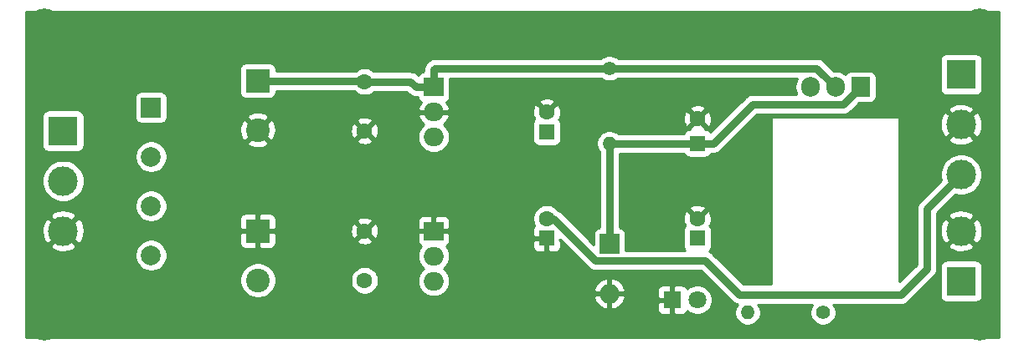
<source format=gtl>
G04 #@! TF.GenerationSoftware,KiCad,Pcbnew,(5.1.6)-1*
G04 #@! TF.CreationDate,2020-08-29T11:02:00-03:00*
G04 #@! TF.ProjectId,fonte_pequena,666f6e74-655f-4706-9571-75656e612e6b,rev?*
G04 #@! TF.SameCoordinates,Original*
G04 #@! TF.FileFunction,Copper,L1,Top*
G04 #@! TF.FilePolarity,Positive*
%FSLAX46Y46*%
G04 Gerber Fmt 4.6, Leading zero omitted, Abs format (unit mm)*
G04 Created by KiCad (PCBNEW (5.1.6)-1) date 2020-08-29 11:02:00*
%MOMM*%
%LPD*%
G01*
G04 APERTURE LIST*
G04 #@! TA.AperFunction,ComponentPad*
%ADD10O,2.000000X1.905000*%
G04 #@! TD*
G04 #@! TA.AperFunction,ComponentPad*
%ADD11R,2.000000X1.905000*%
G04 #@! TD*
G04 #@! TA.AperFunction,ComponentPad*
%ADD12O,1.400000X1.400000*%
G04 #@! TD*
G04 #@! TA.AperFunction,ComponentPad*
%ADD13C,1.400000*%
G04 #@! TD*
G04 #@! TA.AperFunction,ComponentPad*
%ADD14O,1.905000X2.000000*%
G04 #@! TD*
G04 #@! TA.AperFunction,ComponentPad*
%ADD15R,1.905000X2.000000*%
G04 #@! TD*
G04 #@! TA.AperFunction,ComponentPad*
%ADD16C,3.000000*%
G04 #@! TD*
G04 #@! TA.AperFunction,ComponentPad*
%ADD17R,3.000000X3.000000*%
G04 #@! TD*
G04 #@! TA.AperFunction,ComponentPad*
%ADD18O,2.000000X2.000000*%
G04 #@! TD*
G04 #@! TA.AperFunction,ComponentPad*
%ADD19R,2.000000X2.000000*%
G04 #@! TD*
G04 #@! TA.AperFunction,ComponentPad*
%ADD20C,2.000000*%
G04 #@! TD*
G04 #@! TA.AperFunction,ComponentPad*
%ADD21C,1.600000*%
G04 #@! TD*
G04 #@! TA.AperFunction,ComponentPad*
%ADD22R,1.600000X1.600000*%
G04 #@! TD*
G04 #@! TA.AperFunction,ComponentPad*
%ADD23C,2.400000*%
G04 #@! TD*
G04 #@! TA.AperFunction,ComponentPad*
%ADD24R,2.400000X2.400000*%
G04 #@! TD*
G04 #@! TA.AperFunction,ComponentPad*
%ADD25R,1.800000X1.800000*%
G04 #@! TD*
G04 #@! TA.AperFunction,ComponentPad*
%ADD26C,1.800000*%
G04 #@! TD*
G04 #@! TA.AperFunction,ViaPad*
%ADD27C,3.200000*%
G04 #@! TD*
G04 #@! TA.AperFunction,Conductor*
%ADD28C,0.800000*%
G04 #@! TD*
G04 #@! TA.AperFunction,Conductor*
%ADD29C,0.254000*%
G04 #@! TD*
G04 APERTURE END LIST*
D10*
X88900000Y-173355000D03*
X88900000Y-170815000D03*
D11*
X88900000Y-168275000D03*
D10*
X88900000Y-158750000D03*
X88900000Y-156210000D03*
D11*
X88900000Y-153670000D03*
D12*
X106680000Y-159385000D03*
D13*
X106680000Y-151765000D03*
D14*
X127000000Y-153670000D03*
X129540000Y-153670000D03*
D15*
X132080000Y-153670000D03*
D16*
X142240000Y-168275000D03*
D17*
X142240000Y-173355000D03*
D16*
X142240000Y-162560000D03*
X142240000Y-157480000D03*
D17*
X142240000Y-152400000D03*
D16*
X51435000Y-168275000D03*
X51435000Y-163195000D03*
D17*
X51435000Y-158115000D03*
D18*
X106680000Y-174625000D03*
D19*
X106680000Y-169545000D03*
X60325000Y-155735000D03*
D20*
X60325000Y-160735000D03*
X60325000Y-165735000D03*
X60325000Y-170735000D03*
D21*
X115570000Y-167005000D03*
D22*
X115570000Y-169005000D03*
D21*
X115570000Y-156885000D03*
D22*
X115570000Y-159385000D03*
D21*
X100330000Y-167005000D03*
D22*
X100330000Y-169005000D03*
D21*
X100330000Y-156210000D03*
D22*
X100330000Y-158210000D03*
D21*
X81915000Y-173275000D03*
X81915000Y-168275000D03*
X81915000Y-158115000D03*
X81915000Y-153115000D03*
D23*
X71120000Y-173275000D03*
D24*
X71120000Y-168275000D03*
D23*
X71120000Y-158035000D03*
D24*
X71120000Y-153035000D03*
D25*
X113030000Y-175260000D03*
D26*
X115570000Y-175260000D03*
D13*
X128270000Y-176530000D03*
D12*
X120650000Y-176530000D03*
D27*
X49530000Y-177800000D03*
X49530000Y-147320000D03*
X144145000Y-147320000D03*
X144145000Y-177800000D03*
D28*
X71120000Y-153035000D02*
X81835000Y-153035000D01*
X81835000Y-153035000D02*
X81915000Y-153115000D01*
X88900000Y-153670000D02*
X88900000Y-151917500D01*
X106680000Y-151765000D02*
X89052500Y-151765000D01*
X89052500Y-151765000D02*
X88900000Y-151917500D01*
X129540000Y-153670000D02*
X127635000Y-151765000D01*
X127635000Y-151765000D02*
X106680000Y-151765000D01*
X81915000Y-153115000D02*
X86545000Y-153115000D01*
X86545000Y-153115000D02*
X87100000Y-153670000D01*
X88900000Y-153670000D02*
X87100000Y-153670000D01*
X100330000Y-167005000D02*
X100974800Y-167005000D01*
X100974800Y-167005000D02*
X105219100Y-171249300D01*
X105219100Y-171249300D02*
X116347200Y-171249300D01*
X116347200Y-171249300D02*
X119800000Y-174702100D01*
X119800000Y-174702100D02*
X136171600Y-174702100D01*
X136171600Y-174702100D02*
X138798300Y-172075400D01*
X138798300Y-172075400D02*
X138798300Y-166001700D01*
X138798300Y-166001700D02*
X142240000Y-162560000D01*
X106680000Y-159385000D02*
X106680000Y-167745000D01*
X106680000Y-169545000D02*
X106680000Y-167745000D01*
X115570000Y-159385000D02*
X106680000Y-159385000D01*
X115570000Y-159385000D02*
X117170000Y-159385000D01*
X132080000Y-153670000D02*
X130335700Y-155414300D01*
X130335700Y-155414300D02*
X121140700Y-155414300D01*
X121140700Y-155414300D02*
X117170000Y-159385000D01*
D29*
G36*
X146033001Y-179053000D02*
G01*
X47642000Y-179053000D01*
X47642000Y-173095056D01*
X69293000Y-173095056D01*
X69293000Y-173454944D01*
X69363211Y-173807916D01*
X69500934Y-174140409D01*
X69700876Y-174439645D01*
X69955355Y-174694124D01*
X70254591Y-174894066D01*
X70587084Y-175031789D01*
X70940056Y-175102000D01*
X71299944Y-175102000D01*
X71652916Y-175031789D01*
X71716540Y-175005435D01*
X105089871Y-175005435D01*
X105194644Y-175308344D01*
X105356499Y-175584992D01*
X105569215Y-175824748D01*
X105824618Y-176018399D01*
X106112893Y-176158502D01*
X106299566Y-176215124D01*
X106553000Y-176095777D01*
X106553000Y-174752000D01*
X106807000Y-174752000D01*
X106807000Y-176095777D01*
X107060434Y-176215124D01*
X107242168Y-176160000D01*
X111491928Y-176160000D01*
X111504188Y-176284482D01*
X111540498Y-176404180D01*
X111599463Y-176514494D01*
X111678815Y-176611185D01*
X111775506Y-176690537D01*
X111885820Y-176749502D01*
X112005518Y-176785812D01*
X112130000Y-176798072D01*
X112744250Y-176795000D01*
X112903000Y-176636250D01*
X112903000Y-175387000D01*
X111653750Y-175387000D01*
X111495000Y-175545750D01*
X111491928Y-176160000D01*
X107242168Y-176160000D01*
X107247107Y-176158502D01*
X107535382Y-176018399D01*
X107790785Y-175824748D01*
X108003501Y-175584992D01*
X108165356Y-175308344D01*
X108270129Y-175005435D01*
X108151315Y-174752000D01*
X106807000Y-174752000D01*
X106553000Y-174752000D01*
X105208685Y-174752000D01*
X105089871Y-175005435D01*
X71716540Y-175005435D01*
X71985409Y-174894066D01*
X72284645Y-174694124D01*
X72539124Y-174439645D01*
X72739066Y-174140409D01*
X72876789Y-173807916D01*
X72947000Y-173454944D01*
X72947000Y-173134453D01*
X80488000Y-173134453D01*
X80488000Y-173415547D01*
X80542838Y-173691241D01*
X80650409Y-173950938D01*
X80806576Y-174184660D01*
X81005340Y-174383424D01*
X81239062Y-174539591D01*
X81498759Y-174647162D01*
X81774453Y-174702000D01*
X82055547Y-174702000D01*
X82331241Y-174647162D01*
X82590938Y-174539591D01*
X82824660Y-174383424D01*
X83023424Y-174184660D01*
X83179591Y-173950938D01*
X83287162Y-173691241D01*
X83342000Y-173415547D01*
X83342000Y-173134453D01*
X83287162Y-172858759D01*
X83179591Y-172599062D01*
X83023424Y-172365340D01*
X82824660Y-172166576D01*
X82590938Y-172010409D01*
X82331241Y-171902838D01*
X82055547Y-171848000D01*
X81774453Y-171848000D01*
X81498759Y-171902838D01*
X81239062Y-172010409D01*
X81005340Y-172166576D01*
X80806576Y-172365340D01*
X80650409Y-172599062D01*
X80542838Y-172858759D01*
X80488000Y-173134453D01*
X72947000Y-173134453D01*
X72947000Y-173095056D01*
X72876789Y-172742084D01*
X72739066Y-172409591D01*
X72539124Y-172110355D01*
X72284645Y-171855876D01*
X71985409Y-171655934D01*
X71652916Y-171518211D01*
X71299944Y-171448000D01*
X70940056Y-171448000D01*
X70587084Y-171518211D01*
X70254591Y-171655934D01*
X69955355Y-171855876D01*
X69700876Y-172110355D01*
X69500934Y-172409591D01*
X69363211Y-172742084D01*
X69293000Y-173095056D01*
X47642000Y-173095056D01*
X47642000Y-170574755D01*
X58698000Y-170574755D01*
X58698000Y-170895245D01*
X58760525Y-171209578D01*
X58883172Y-171505673D01*
X59061227Y-171772152D01*
X59287848Y-171998773D01*
X59554327Y-172176828D01*
X59850422Y-172299475D01*
X60164755Y-172362000D01*
X60485245Y-172362000D01*
X60799578Y-172299475D01*
X61095673Y-172176828D01*
X61362152Y-171998773D01*
X61588773Y-171772152D01*
X61766828Y-171505673D01*
X61889475Y-171209578D01*
X61952000Y-170895245D01*
X61952000Y-170574755D01*
X61889475Y-170260422D01*
X61766828Y-169964327D01*
X61588773Y-169697848D01*
X61365925Y-169475000D01*
X69281928Y-169475000D01*
X69294188Y-169599482D01*
X69330498Y-169719180D01*
X69389463Y-169829494D01*
X69468815Y-169926185D01*
X69565506Y-170005537D01*
X69675820Y-170064502D01*
X69795518Y-170100812D01*
X69920000Y-170113072D01*
X70834250Y-170110000D01*
X70993000Y-169951250D01*
X70993000Y-168402000D01*
X71247000Y-168402000D01*
X71247000Y-169951250D01*
X71405750Y-170110000D01*
X72320000Y-170113072D01*
X72444482Y-170100812D01*
X72564180Y-170064502D01*
X72674494Y-170005537D01*
X72771185Y-169926185D01*
X72850537Y-169829494D01*
X72909502Y-169719180D01*
X72945812Y-169599482D01*
X72958072Y-169475000D01*
X72957376Y-169267702D01*
X81101903Y-169267702D01*
X81173486Y-169511671D01*
X81428996Y-169632571D01*
X81703184Y-169701300D01*
X81985512Y-169715217D01*
X82265130Y-169673787D01*
X82531292Y-169578603D01*
X82656514Y-169511671D01*
X82728097Y-169267702D01*
X82687895Y-169227500D01*
X87261928Y-169227500D01*
X87274188Y-169351982D01*
X87310498Y-169471680D01*
X87369463Y-169581994D01*
X87448815Y-169678685D01*
X87545506Y-169758037D01*
X87636640Y-169806750D01*
X87532840Y-169933231D01*
X87386172Y-170207627D01*
X87295854Y-170505364D01*
X87265358Y-170815000D01*
X87295854Y-171124636D01*
X87386172Y-171422373D01*
X87532840Y-171696769D01*
X87730221Y-171937279D01*
X87910220Y-172085000D01*
X87730221Y-172232721D01*
X87532840Y-172473231D01*
X87386172Y-172747627D01*
X87295854Y-173045364D01*
X87265358Y-173355000D01*
X87295854Y-173664636D01*
X87386172Y-173962373D01*
X87532840Y-174236769D01*
X87730221Y-174477279D01*
X87970731Y-174674660D01*
X88245127Y-174821328D01*
X88542864Y-174911646D01*
X88774908Y-174934500D01*
X89025092Y-174934500D01*
X89257136Y-174911646D01*
X89554873Y-174821328D01*
X89829269Y-174674660D01*
X90069779Y-174477279D01*
X90260762Y-174244565D01*
X105089871Y-174244565D01*
X105208685Y-174498000D01*
X106553000Y-174498000D01*
X106553000Y-173154223D01*
X106807000Y-173154223D01*
X106807000Y-174498000D01*
X108151315Y-174498000D01*
X108216011Y-174360000D01*
X111491928Y-174360000D01*
X111495000Y-174974250D01*
X111653750Y-175133000D01*
X112903000Y-175133000D01*
X112903000Y-173883750D01*
X113157000Y-173883750D01*
X113157000Y-175133000D01*
X113177000Y-175133000D01*
X113177000Y-175387000D01*
X113157000Y-175387000D01*
X113157000Y-176636250D01*
X113315750Y-176795000D01*
X113930000Y-176798072D01*
X114054482Y-176785812D01*
X114174180Y-176749502D01*
X114284494Y-176690537D01*
X114381185Y-176611185D01*
X114460537Y-176514494D01*
X114519502Y-176404180D01*
X114527688Y-176377193D01*
X114596594Y-176446099D01*
X114846694Y-176613210D01*
X115124590Y-176728319D01*
X115419604Y-176787000D01*
X115720396Y-176787000D01*
X116015410Y-176728319D01*
X116293306Y-176613210D01*
X116543406Y-176446099D01*
X116756099Y-176233406D01*
X116923210Y-175983306D01*
X117038319Y-175705410D01*
X117097000Y-175410396D01*
X117097000Y-175109604D01*
X117038319Y-174814590D01*
X116923210Y-174536694D01*
X116756099Y-174286594D01*
X116543406Y-174073901D01*
X116293306Y-173906790D01*
X116015410Y-173791681D01*
X115720396Y-173733000D01*
X115419604Y-173733000D01*
X115124590Y-173791681D01*
X114846694Y-173906790D01*
X114596594Y-174073901D01*
X114527688Y-174142807D01*
X114519502Y-174115820D01*
X114460537Y-174005506D01*
X114381185Y-173908815D01*
X114284494Y-173829463D01*
X114174180Y-173770498D01*
X114054482Y-173734188D01*
X113930000Y-173721928D01*
X113315750Y-173725000D01*
X113157000Y-173883750D01*
X112903000Y-173883750D01*
X112744250Y-173725000D01*
X112130000Y-173721928D01*
X112005518Y-173734188D01*
X111885820Y-173770498D01*
X111775506Y-173829463D01*
X111678815Y-173908815D01*
X111599463Y-174005506D01*
X111540498Y-174115820D01*
X111504188Y-174235518D01*
X111491928Y-174360000D01*
X108216011Y-174360000D01*
X108270129Y-174244565D01*
X108165356Y-173941656D01*
X108003501Y-173665008D01*
X107790785Y-173425252D01*
X107535382Y-173231601D01*
X107247107Y-173091498D01*
X107060434Y-173034876D01*
X106807000Y-173154223D01*
X106553000Y-173154223D01*
X106299566Y-173034876D01*
X106112893Y-173091498D01*
X105824618Y-173231601D01*
X105569215Y-173425252D01*
X105356499Y-173665008D01*
X105194644Y-173941656D01*
X105089871Y-174244565D01*
X90260762Y-174244565D01*
X90267160Y-174236769D01*
X90413828Y-173962373D01*
X90504146Y-173664636D01*
X90534642Y-173355000D01*
X90504146Y-173045364D01*
X90413828Y-172747627D01*
X90267160Y-172473231D01*
X90069779Y-172232721D01*
X89889780Y-172085000D01*
X90069779Y-171937279D01*
X90267160Y-171696769D01*
X90413828Y-171422373D01*
X90504146Y-171124636D01*
X90534642Y-170815000D01*
X90504146Y-170505364D01*
X90413828Y-170207627D01*
X90267160Y-169933231D01*
X90163360Y-169806750D01*
X90166633Y-169805000D01*
X98891928Y-169805000D01*
X98904188Y-169929482D01*
X98940498Y-170049180D01*
X98999463Y-170159494D01*
X99078815Y-170256185D01*
X99175506Y-170335537D01*
X99285820Y-170394502D01*
X99405518Y-170430812D01*
X99530000Y-170443072D01*
X100044250Y-170440000D01*
X100203000Y-170281250D01*
X100203000Y-169132000D01*
X99053750Y-169132000D01*
X98895000Y-169290750D01*
X98891928Y-169805000D01*
X90166633Y-169805000D01*
X90254494Y-169758037D01*
X90351185Y-169678685D01*
X90430537Y-169581994D01*
X90489502Y-169471680D01*
X90525812Y-169351982D01*
X90538072Y-169227500D01*
X90535000Y-168560750D01*
X90376250Y-168402000D01*
X89027000Y-168402000D01*
X89027000Y-168422000D01*
X88773000Y-168422000D01*
X88773000Y-168402000D01*
X87423750Y-168402000D01*
X87265000Y-168560750D01*
X87261928Y-169227500D01*
X82687895Y-169227500D01*
X81915000Y-168454605D01*
X81101903Y-169267702D01*
X72957376Y-169267702D01*
X72955000Y-168560750D01*
X72796250Y-168402000D01*
X71247000Y-168402000D01*
X70993000Y-168402000D01*
X69443750Y-168402000D01*
X69285000Y-168560750D01*
X69281928Y-169475000D01*
X61365925Y-169475000D01*
X61362152Y-169471227D01*
X61095673Y-169293172D01*
X60799578Y-169170525D01*
X60485245Y-169108000D01*
X60164755Y-169108000D01*
X59850422Y-169170525D01*
X59554327Y-169293172D01*
X59287848Y-169471227D01*
X59061227Y-169697848D01*
X58883172Y-169964327D01*
X58760525Y-170260422D01*
X58698000Y-170574755D01*
X47642000Y-170574755D01*
X47642000Y-169766653D01*
X50122952Y-169766653D01*
X50278962Y-170082214D01*
X50653745Y-170273020D01*
X51058551Y-170387044D01*
X51477824Y-170419902D01*
X51895451Y-170370334D01*
X52295383Y-170240243D01*
X52591038Y-170082214D01*
X52747048Y-169766653D01*
X51435000Y-168454605D01*
X50122952Y-169766653D01*
X47642000Y-169766653D01*
X47642000Y-168317824D01*
X49290098Y-168317824D01*
X49339666Y-168735451D01*
X49469757Y-169135383D01*
X49627786Y-169431038D01*
X49943347Y-169587048D01*
X51255395Y-168275000D01*
X51614605Y-168275000D01*
X52926653Y-169587048D01*
X53242214Y-169431038D01*
X53433020Y-169056255D01*
X53547044Y-168651449D01*
X53571019Y-168345512D01*
X80474783Y-168345512D01*
X80516213Y-168625130D01*
X80611397Y-168891292D01*
X80678329Y-169016514D01*
X80922298Y-169088097D01*
X81735395Y-168275000D01*
X82094605Y-168275000D01*
X82907702Y-169088097D01*
X83151671Y-169016514D01*
X83272571Y-168761004D01*
X83341300Y-168486816D01*
X83355217Y-168204488D01*
X83313787Y-167924870D01*
X83218603Y-167658708D01*
X83151671Y-167533486D01*
X82907702Y-167461903D01*
X82094605Y-168275000D01*
X81735395Y-168275000D01*
X80922298Y-167461903D01*
X80678329Y-167533486D01*
X80557429Y-167788996D01*
X80488700Y-168063184D01*
X80474783Y-168345512D01*
X53571019Y-168345512D01*
X53579902Y-168232176D01*
X53530334Y-167814549D01*
X53400243Y-167414617D01*
X53242214Y-167118962D01*
X52926653Y-166962952D01*
X51614605Y-168275000D01*
X51255395Y-168275000D01*
X49943347Y-166962952D01*
X49627786Y-167118962D01*
X49436980Y-167493745D01*
X49322956Y-167898551D01*
X49290098Y-168317824D01*
X47642000Y-168317824D01*
X47642000Y-166783347D01*
X50122952Y-166783347D01*
X51435000Y-168095395D01*
X52747048Y-166783347D01*
X52591038Y-166467786D01*
X52216255Y-166276980D01*
X51811449Y-166162956D01*
X51392176Y-166130098D01*
X50974549Y-166179666D01*
X50574617Y-166309757D01*
X50278962Y-166467786D01*
X50122952Y-166783347D01*
X47642000Y-166783347D01*
X47642000Y-165574755D01*
X58698000Y-165574755D01*
X58698000Y-165895245D01*
X58760525Y-166209578D01*
X58883172Y-166505673D01*
X59061227Y-166772152D01*
X59287848Y-166998773D01*
X59554327Y-167176828D01*
X59850422Y-167299475D01*
X60164755Y-167362000D01*
X60485245Y-167362000D01*
X60799578Y-167299475D01*
X61095673Y-167176828D01*
X61248069Y-167075000D01*
X69281928Y-167075000D01*
X69285000Y-167989250D01*
X69443750Y-168148000D01*
X70993000Y-168148000D01*
X70993000Y-166598750D01*
X71247000Y-166598750D01*
X71247000Y-168148000D01*
X72796250Y-168148000D01*
X72955000Y-167989250D01*
X72957375Y-167282298D01*
X81101903Y-167282298D01*
X81915000Y-168095395D01*
X82687895Y-167322500D01*
X87261928Y-167322500D01*
X87265000Y-167989250D01*
X87423750Y-168148000D01*
X88773000Y-168148000D01*
X88773000Y-166846250D01*
X89027000Y-166846250D01*
X89027000Y-168148000D01*
X90376250Y-168148000D01*
X90535000Y-167989250D01*
X90538072Y-167322500D01*
X90525812Y-167198018D01*
X90489502Y-167078320D01*
X90430537Y-166968006D01*
X90351185Y-166871315D01*
X90254494Y-166791963D01*
X90144180Y-166732998D01*
X90024482Y-166696688D01*
X89900000Y-166684428D01*
X89185750Y-166687500D01*
X89027000Y-166846250D01*
X88773000Y-166846250D01*
X88614250Y-166687500D01*
X87900000Y-166684428D01*
X87775518Y-166696688D01*
X87655820Y-166732998D01*
X87545506Y-166791963D01*
X87448815Y-166871315D01*
X87369463Y-166968006D01*
X87310498Y-167078320D01*
X87274188Y-167198018D01*
X87261928Y-167322500D01*
X82687895Y-167322500D01*
X82728097Y-167282298D01*
X82656514Y-167038329D01*
X82401004Y-166917429D01*
X82126816Y-166848700D01*
X81844488Y-166834783D01*
X81564870Y-166876213D01*
X81298708Y-166971397D01*
X81173486Y-167038329D01*
X81101903Y-167282298D01*
X72957375Y-167282298D01*
X72958072Y-167075000D01*
X72945812Y-166950518D01*
X72909502Y-166830820D01*
X72850537Y-166720506D01*
X72771185Y-166623815D01*
X72674494Y-166544463D01*
X72564180Y-166485498D01*
X72444482Y-166449188D01*
X72320000Y-166436928D01*
X71405750Y-166440000D01*
X71247000Y-166598750D01*
X70993000Y-166598750D01*
X70834250Y-166440000D01*
X69920000Y-166436928D01*
X69795518Y-166449188D01*
X69675820Y-166485498D01*
X69565506Y-166544463D01*
X69468815Y-166623815D01*
X69389463Y-166720506D01*
X69330498Y-166830820D01*
X69294188Y-166950518D01*
X69281928Y-167075000D01*
X61248069Y-167075000D01*
X61362152Y-166998773D01*
X61588773Y-166772152D01*
X61766828Y-166505673D01*
X61889475Y-166209578D01*
X61952000Y-165895245D01*
X61952000Y-165574755D01*
X61889475Y-165260422D01*
X61766828Y-164964327D01*
X61588773Y-164697848D01*
X61362152Y-164471227D01*
X61095673Y-164293172D01*
X60799578Y-164170525D01*
X60485245Y-164108000D01*
X60164755Y-164108000D01*
X59850422Y-164170525D01*
X59554327Y-164293172D01*
X59287848Y-164471227D01*
X59061227Y-164697848D01*
X58883172Y-164964327D01*
X58760525Y-165260422D01*
X58698000Y-165574755D01*
X47642000Y-165574755D01*
X47642000Y-162985509D01*
X49308000Y-162985509D01*
X49308000Y-163404491D01*
X49389739Y-163815423D01*
X49550077Y-164202512D01*
X49782851Y-164550884D01*
X50079116Y-164847149D01*
X50427488Y-165079923D01*
X50814577Y-165240261D01*
X51225509Y-165322000D01*
X51644491Y-165322000D01*
X52055423Y-165240261D01*
X52442512Y-165079923D01*
X52790884Y-164847149D01*
X53087149Y-164550884D01*
X53319923Y-164202512D01*
X53480261Y-163815423D01*
X53562000Y-163404491D01*
X53562000Y-162985509D01*
X53480261Y-162574577D01*
X53319923Y-162187488D01*
X53087149Y-161839116D01*
X52790884Y-161542851D01*
X52442512Y-161310077D01*
X52055423Y-161149739D01*
X51644491Y-161068000D01*
X51225509Y-161068000D01*
X50814577Y-161149739D01*
X50427488Y-161310077D01*
X50079116Y-161542851D01*
X49782851Y-161839116D01*
X49550077Y-162187488D01*
X49389739Y-162574577D01*
X49308000Y-162985509D01*
X47642000Y-162985509D01*
X47642000Y-160574755D01*
X58698000Y-160574755D01*
X58698000Y-160895245D01*
X58760525Y-161209578D01*
X58883172Y-161505673D01*
X59061227Y-161772152D01*
X59287848Y-161998773D01*
X59554327Y-162176828D01*
X59850422Y-162299475D01*
X60164755Y-162362000D01*
X60485245Y-162362000D01*
X60799578Y-162299475D01*
X61095673Y-162176828D01*
X61362152Y-161998773D01*
X61588773Y-161772152D01*
X61766828Y-161505673D01*
X61889475Y-161209578D01*
X61952000Y-160895245D01*
X61952000Y-160574755D01*
X61889475Y-160260422D01*
X61766828Y-159964327D01*
X61588773Y-159697848D01*
X61362152Y-159471227D01*
X61125318Y-159312980D01*
X70021626Y-159312980D01*
X70141514Y-159597836D01*
X70465210Y-159758699D01*
X70814069Y-159853322D01*
X71174684Y-159878067D01*
X71533198Y-159831985D01*
X71875833Y-159716846D01*
X72098486Y-159597836D01*
X72218374Y-159312980D01*
X71120000Y-158214605D01*
X70021626Y-159312980D01*
X61125318Y-159312980D01*
X61095673Y-159293172D01*
X60799578Y-159170525D01*
X60485245Y-159108000D01*
X60164755Y-159108000D01*
X59850422Y-159170525D01*
X59554327Y-159293172D01*
X59287848Y-159471227D01*
X59061227Y-159697848D01*
X58883172Y-159964327D01*
X58760525Y-160260422D01*
X58698000Y-160574755D01*
X47642000Y-160574755D01*
X47642000Y-156615000D01*
X49304967Y-156615000D01*
X49304967Y-159615000D01*
X49317073Y-159737913D01*
X49352925Y-159856103D01*
X49411147Y-159965028D01*
X49489499Y-160060501D01*
X49584972Y-160138853D01*
X49693897Y-160197075D01*
X49812087Y-160232927D01*
X49935000Y-160245033D01*
X52935000Y-160245033D01*
X53057913Y-160232927D01*
X53176103Y-160197075D01*
X53285028Y-160138853D01*
X53380501Y-160060501D01*
X53458853Y-159965028D01*
X53517075Y-159856103D01*
X53552927Y-159737913D01*
X53565033Y-159615000D01*
X53565033Y-158089684D01*
X69276933Y-158089684D01*
X69323015Y-158448198D01*
X69438154Y-158790833D01*
X69557164Y-159013486D01*
X69842020Y-159133374D01*
X70940395Y-158035000D01*
X71299605Y-158035000D01*
X72397980Y-159133374D01*
X72458977Y-159107702D01*
X81101903Y-159107702D01*
X81173486Y-159351671D01*
X81428996Y-159472571D01*
X81703184Y-159541300D01*
X81985512Y-159555217D01*
X82265130Y-159513787D01*
X82531292Y-159418603D01*
X82656514Y-159351671D01*
X82728097Y-159107702D01*
X81915000Y-158294605D01*
X81101903Y-159107702D01*
X72458977Y-159107702D01*
X72682836Y-159013486D01*
X72843699Y-158689790D01*
X72938322Y-158340931D01*
X72948986Y-158185512D01*
X80474783Y-158185512D01*
X80516213Y-158465130D01*
X80611397Y-158731292D01*
X80678329Y-158856514D01*
X80922298Y-158928097D01*
X81735395Y-158115000D01*
X82094605Y-158115000D01*
X82907702Y-158928097D01*
X83151671Y-158856514D01*
X83202070Y-158750000D01*
X87265358Y-158750000D01*
X87295854Y-159059636D01*
X87386172Y-159357373D01*
X87532840Y-159631769D01*
X87730221Y-159872279D01*
X87970731Y-160069660D01*
X88245127Y-160216328D01*
X88542864Y-160306646D01*
X88774908Y-160329500D01*
X89025092Y-160329500D01*
X89257136Y-160306646D01*
X89554873Y-160216328D01*
X89829269Y-160069660D01*
X90069779Y-159872279D01*
X90267160Y-159631769D01*
X90413828Y-159357373D01*
X90504146Y-159059636D01*
X90534642Y-158750000D01*
X90504146Y-158440364D01*
X90413828Y-158142627D01*
X90267160Y-157868231D01*
X90069779Y-157627721D01*
X89889865Y-157480070D01*
X90081315Y-157319437D01*
X90275969Y-157076923D01*
X90419571Y-156801094D01*
X90490563Y-156582980D01*
X90370594Y-156337000D01*
X89027000Y-156337000D01*
X89027000Y-156357000D01*
X88773000Y-156357000D01*
X88773000Y-156337000D01*
X87429406Y-156337000D01*
X87309437Y-156582980D01*
X87380429Y-156801094D01*
X87524031Y-157076923D01*
X87718685Y-157319437D01*
X87910135Y-157480070D01*
X87730221Y-157627721D01*
X87532840Y-157868231D01*
X87386172Y-158142627D01*
X87295854Y-158440364D01*
X87265358Y-158750000D01*
X83202070Y-158750000D01*
X83272571Y-158601004D01*
X83341300Y-158326816D01*
X83355217Y-158044488D01*
X83313787Y-157764870D01*
X83218603Y-157498708D01*
X83151671Y-157373486D01*
X82907702Y-157301903D01*
X82094605Y-158115000D01*
X81735395Y-158115000D01*
X80922298Y-157301903D01*
X80678329Y-157373486D01*
X80557429Y-157628996D01*
X80488700Y-157903184D01*
X80474783Y-158185512D01*
X72948986Y-158185512D01*
X72963067Y-157980316D01*
X72916985Y-157621802D01*
X72801846Y-157279167D01*
X72717999Y-157122298D01*
X81101903Y-157122298D01*
X81915000Y-157935395D01*
X82728097Y-157122298D01*
X82656514Y-156878329D01*
X82401004Y-156757429D01*
X82126816Y-156688700D01*
X81844488Y-156674783D01*
X81564870Y-156716213D01*
X81298708Y-156811397D01*
X81173486Y-156878329D01*
X81101903Y-157122298D01*
X72717999Y-157122298D01*
X72682836Y-157056514D01*
X72397980Y-156936626D01*
X71299605Y-158035000D01*
X70940395Y-158035000D01*
X69842020Y-156936626D01*
X69557164Y-157056514D01*
X69396301Y-157380210D01*
X69301678Y-157729069D01*
X69276933Y-158089684D01*
X53565033Y-158089684D01*
X53565033Y-156615000D01*
X53552927Y-156492087D01*
X53517075Y-156373897D01*
X53458853Y-156264972D01*
X53380501Y-156169499D01*
X53285028Y-156091147D01*
X53176103Y-156032925D01*
X53057913Y-155997073D01*
X52935000Y-155984967D01*
X49935000Y-155984967D01*
X49812087Y-155997073D01*
X49693897Y-156032925D01*
X49584972Y-156091147D01*
X49489499Y-156169499D01*
X49411147Y-156264972D01*
X49352925Y-156373897D01*
X49317073Y-156492087D01*
X49304967Y-156615000D01*
X47642000Y-156615000D01*
X47642000Y-154735000D01*
X58694967Y-154735000D01*
X58694967Y-156735000D01*
X58707073Y-156857913D01*
X58742925Y-156976103D01*
X58801147Y-157085028D01*
X58879499Y-157180501D01*
X58974972Y-157258853D01*
X59083897Y-157317075D01*
X59202087Y-157352927D01*
X59325000Y-157365033D01*
X61325000Y-157365033D01*
X61447913Y-157352927D01*
X61566103Y-157317075D01*
X61675028Y-157258853D01*
X61770501Y-157180501D01*
X61848853Y-157085028D01*
X61907075Y-156976103D01*
X61942927Y-156857913D01*
X61952864Y-156757020D01*
X70021626Y-156757020D01*
X71120000Y-157855395D01*
X72218374Y-156757020D01*
X72098486Y-156472164D01*
X71774790Y-156311301D01*
X71661277Y-156280512D01*
X98889783Y-156280512D01*
X98931213Y-156560130D01*
X99026397Y-156826292D01*
X99093329Y-156951514D01*
X99098480Y-156953025D01*
X99084499Y-156964499D01*
X99006147Y-157059972D01*
X98947925Y-157168897D01*
X98912073Y-157287087D01*
X98899967Y-157410000D01*
X98899967Y-159010000D01*
X98912073Y-159132913D01*
X98947925Y-159251103D01*
X99006147Y-159360028D01*
X99084499Y-159455501D01*
X99179972Y-159533853D01*
X99288897Y-159592075D01*
X99407087Y-159627927D01*
X99530000Y-159640033D01*
X101130000Y-159640033D01*
X101252913Y-159627927D01*
X101371103Y-159592075D01*
X101480028Y-159533853D01*
X101575501Y-159455501D01*
X101653853Y-159360028D01*
X101712075Y-159251103D01*
X101747927Y-159132913D01*
X101760033Y-159010000D01*
X101760033Y-157410000D01*
X101747927Y-157287087D01*
X101712075Y-157168897D01*
X101653853Y-157059972D01*
X101575501Y-156964499D01*
X101564551Y-156955512D01*
X114129783Y-156955512D01*
X114171213Y-157235130D01*
X114266397Y-157501292D01*
X114333329Y-157626514D01*
X114577298Y-157698097D01*
X115390395Y-156885000D01*
X115749605Y-156885000D01*
X116562702Y-157698097D01*
X116806671Y-157626514D01*
X116927571Y-157371004D01*
X116996300Y-157096816D01*
X117010217Y-156814488D01*
X116968787Y-156534870D01*
X116873603Y-156268708D01*
X116806671Y-156143486D01*
X116562702Y-156071903D01*
X115749605Y-156885000D01*
X115390395Y-156885000D01*
X114577298Y-156071903D01*
X114333329Y-156143486D01*
X114212429Y-156398996D01*
X114143700Y-156673184D01*
X114129783Y-156955512D01*
X101564551Y-156955512D01*
X101561520Y-156953025D01*
X101566671Y-156951514D01*
X101687571Y-156696004D01*
X101756300Y-156421816D01*
X101770217Y-156139488D01*
X101733592Y-155892298D01*
X114756903Y-155892298D01*
X115570000Y-156705395D01*
X116383097Y-155892298D01*
X116311514Y-155648329D01*
X116056004Y-155527429D01*
X115781816Y-155458700D01*
X115499488Y-155444783D01*
X115219870Y-155486213D01*
X114953708Y-155581397D01*
X114828486Y-155648329D01*
X114756903Y-155892298D01*
X101733592Y-155892298D01*
X101728787Y-155859870D01*
X101633603Y-155593708D01*
X101566671Y-155468486D01*
X101322702Y-155396903D01*
X100509605Y-156210000D01*
X100523748Y-156224143D01*
X100344143Y-156403748D01*
X100330000Y-156389605D01*
X100315858Y-156403748D01*
X100136253Y-156224143D01*
X100150395Y-156210000D01*
X99337298Y-155396903D01*
X99093329Y-155468486D01*
X98972429Y-155723996D01*
X98903700Y-155998184D01*
X98889783Y-156280512D01*
X71661277Y-156280512D01*
X71425931Y-156216678D01*
X71065316Y-156191933D01*
X70706802Y-156238015D01*
X70364167Y-156353154D01*
X70141514Y-156472164D01*
X70021626Y-156757020D01*
X61952864Y-156757020D01*
X61955033Y-156735000D01*
X61955033Y-154735000D01*
X61942927Y-154612087D01*
X61907075Y-154493897D01*
X61848853Y-154384972D01*
X61770501Y-154289499D01*
X61675028Y-154211147D01*
X61566103Y-154152925D01*
X61447913Y-154117073D01*
X61325000Y-154104967D01*
X59325000Y-154104967D01*
X59202087Y-154117073D01*
X59083897Y-154152925D01*
X58974972Y-154211147D01*
X58879499Y-154289499D01*
X58801147Y-154384972D01*
X58742925Y-154493897D01*
X58707073Y-154612087D01*
X58694967Y-154735000D01*
X47642000Y-154735000D01*
X47642000Y-151835000D01*
X69289967Y-151835000D01*
X69289967Y-154235000D01*
X69302073Y-154357913D01*
X69337925Y-154476103D01*
X69396147Y-154585028D01*
X69474499Y-154680501D01*
X69569972Y-154758853D01*
X69678897Y-154817075D01*
X69797087Y-154852927D01*
X69920000Y-154865033D01*
X72320000Y-154865033D01*
X72442913Y-154852927D01*
X72561103Y-154817075D01*
X72670028Y-154758853D01*
X72765501Y-154680501D01*
X72843853Y-154585028D01*
X72902075Y-154476103D01*
X72937927Y-154357913D01*
X72950033Y-154235000D01*
X72950033Y-154062000D01*
X80843916Y-154062000D01*
X81005340Y-154223424D01*
X81239062Y-154379591D01*
X81498759Y-154487162D01*
X81774453Y-154542000D01*
X82055547Y-154542000D01*
X82331241Y-154487162D01*
X82590938Y-154379591D01*
X82824660Y-154223424D01*
X82906084Y-154142000D01*
X86119603Y-154142000D01*
X86338127Y-154360524D01*
X86370288Y-154399712D01*
X86409475Y-154431872D01*
X86409476Y-154431873D01*
X86526669Y-154528051D01*
X86705082Y-154623415D01*
X86898672Y-154682140D01*
X86916831Y-154683928D01*
X87049549Y-154697000D01*
X87049556Y-154697000D01*
X87100000Y-154701968D01*
X87150443Y-154697000D01*
X87277305Y-154697000D01*
X87282073Y-154745413D01*
X87317925Y-154863603D01*
X87376147Y-154972528D01*
X87454499Y-155068001D01*
X87549972Y-155146353D01*
X87642314Y-155195711D01*
X87524031Y-155343077D01*
X87380429Y-155618906D01*
X87309437Y-155837020D01*
X87429406Y-156083000D01*
X88773000Y-156083000D01*
X88773000Y-156063000D01*
X89027000Y-156063000D01*
X89027000Y-156083000D01*
X90370594Y-156083000D01*
X90490563Y-155837020D01*
X90419571Y-155618906D01*
X90275969Y-155343077D01*
X90175013Y-155217298D01*
X99516903Y-155217298D01*
X100330000Y-156030395D01*
X101143097Y-155217298D01*
X101071514Y-154973329D01*
X100816004Y-154852429D01*
X100541816Y-154783700D01*
X100259488Y-154769783D01*
X99979870Y-154811213D01*
X99713708Y-154906397D01*
X99588486Y-154973329D01*
X99516903Y-155217298D01*
X90175013Y-155217298D01*
X90157686Y-155195711D01*
X90250028Y-155146353D01*
X90345501Y-155068001D01*
X90423853Y-154972528D01*
X90482075Y-154863603D01*
X90517927Y-154745413D01*
X90530033Y-154622500D01*
X90530033Y-152792000D01*
X105830339Y-152792000D01*
X105834087Y-152795748D01*
X106051430Y-152940972D01*
X106292928Y-153041004D01*
X106549302Y-153092000D01*
X106810698Y-153092000D01*
X107067072Y-153041004D01*
X107308570Y-152940972D01*
X107525913Y-152795748D01*
X107529661Y-152792000D01*
X125652936Y-152792000D01*
X125533672Y-153015127D01*
X125443354Y-153312864D01*
X125420500Y-153544908D01*
X125420500Y-153795091D01*
X125443354Y-154027135D01*
X125533672Y-154324872D01*
X125567041Y-154387300D01*
X121191143Y-154387300D01*
X121140700Y-154382332D01*
X121090256Y-154387300D01*
X121090249Y-154387300D01*
X120964228Y-154399712D01*
X120939372Y-154402160D01*
X120880647Y-154419974D01*
X120745783Y-154460885D01*
X120567369Y-154556249D01*
X120567367Y-154556250D01*
X120567368Y-154556250D01*
X120450175Y-154652427D01*
X120450170Y-154652432D01*
X120410988Y-154684588D01*
X120378832Y-154723770D01*
X116882034Y-158220570D01*
X116815501Y-158139499D01*
X116720028Y-158061147D01*
X116611103Y-158002925D01*
X116492913Y-157967073D01*
X116370000Y-157954967D01*
X116360427Y-157954967D01*
X116383097Y-157877702D01*
X115570000Y-157064605D01*
X114756903Y-157877702D01*
X114779573Y-157954967D01*
X114770000Y-157954967D01*
X114647087Y-157967073D01*
X114528897Y-158002925D01*
X114419972Y-158061147D01*
X114324499Y-158139499D01*
X114246147Y-158234972D01*
X114187925Y-158343897D01*
X114183647Y-158358000D01*
X107529661Y-158358000D01*
X107525913Y-158354252D01*
X107308570Y-158209028D01*
X107067072Y-158108996D01*
X106810698Y-158058000D01*
X106549302Y-158058000D01*
X106292928Y-158108996D01*
X106051430Y-158209028D01*
X105834087Y-158354252D01*
X105649252Y-158539087D01*
X105504028Y-158756430D01*
X105403996Y-158997928D01*
X105353000Y-159254302D01*
X105353000Y-159515698D01*
X105403996Y-159772072D01*
X105504028Y-160013570D01*
X105649252Y-160230913D01*
X105653000Y-160234661D01*
X105653001Y-167694549D01*
X105653001Y-167917626D01*
X105557087Y-167927073D01*
X105438897Y-167962925D01*
X105329972Y-168021147D01*
X105234499Y-168099499D01*
X105156147Y-168194972D01*
X105097925Y-168303897D01*
X105062073Y-168422087D01*
X105049967Y-168545000D01*
X105049967Y-169627769D01*
X101736677Y-166314481D01*
X101704512Y-166275288D01*
X101548131Y-166146949D01*
X101423321Y-166080237D01*
X101239660Y-165896576D01*
X101005938Y-165740409D01*
X100746241Y-165632838D01*
X100470547Y-165578000D01*
X100189453Y-165578000D01*
X99913759Y-165632838D01*
X99654062Y-165740409D01*
X99420340Y-165896576D01*
X99221576Y-166095340D01*
X99065409Y-166329062D01*
X98957838Y-166588759D01*
X98903000Y-166864453D01*
X98903000Y-167145547D01*
X98957838Y-167421241D01*
X99065409Y-167680938D01*
X99101606Y-167735111D01*
X99078815Y-167753815D01*
X98999463Y-167850506D01*
X98940498Y-167960820D01*
X98904188Y-168080518D01*
X98891928Y-168205000D01*
X98895000Y-168719250D01*
X99053750Y-168878000D01*
X100203000Y-168878000D01*
X100203000Y-168858000D01*
X100457000Y-168858000D01*
X100457000Y-168878000D01*
X100477000Y-168878000D01*
X100477000Y-169132000D01*
X100457000Y-169132000D01*
X100457000Y-170281250D01*
X100615750Y-170440000D01*
X101130000Y-170443072D01*
X101254482Y-170430812D01*
X101374180Y-170394502D01*
X101484494Y-170335537D01*
X101581185Y-170256185D01*
X101660537Y-170159494D01*
X101719502Y-170049180D01*
X101755812Y-169929482D01*
X101768072Y-169805000D01*
X101765000Y-169290750D01*
X101606252Y-169132002D01*
X101649405Y-169132002D01*
X104457232Y-171939830D01*
X104489388Y-171979012D01*
X104528570Y-172011168D01*
X104528575Y-172011173D01*
X104645768Y-172107351D01*
X104741132Y-172158323D01*
X104824183Y-172202715D01*
X104959047Y-172243626D01*
X105017772Y-172261440D01*
X105035931Y-172263228D01*
X105168649Y-172276300D01*
X105168656Y-172276300D01*
X105219100Y-172281268D01*
X105269543Y-172276300D01*
X115921804Y-172276300D01*
X119038132Y-175392630D01*
X119070288Y-175431812D01*
X119109470Y-175463968D01*
X119109475Y-175463973D01*
X119226668Y-175560151D01*
X119273143Y-175584992D01*
X119405083Y-175655515D01*
X119539947Y-175696426D01*
X119598672Y-175714240D01*
X119599078Y-175714280D01*
X119474028Y-175901430D01*
X119373996Y-176142928D01*
X119323000Y-176399302D01*
X119323000Y-176660698D01*
X119373996Y-176917072D01*
X119474028Y-177158570D01*
X119619252Y-177375913D01*
X119804087Y-177560748D01*
X120021430Y-177705972D01*
X120262928Y-177806004D01*
X120519302Y-177857000D01*
X120780698Y-177857000D01*
X121037072Y-177806004D01*
X121278570Y-177705972D01*
X121495913Y-177560748D01*
X121680748Y-177375913D01*
X121825972Y-177158570D01*
X121926004Y-176917072D01*
X121977000Y-176660698D01*
X121977000Y-176399302D01*
X121926004Y-176142928D01*
X121825972Y-175901430D01*
X121710825Y-175729100D01*
X127209175Y-175729100D01*
X127094028Y-175901430D01*
X126993996Y-176142928D01*
X126943000Y-176399302D01*
X126943000Y-176660698D01*
X126993996Y-176917072D01*
X127094028Y-177158570D01*
X127239252Y-177375913D01*
X127424087Y-177560748D01*
X127641430Y-177705972D01*
X127882928Y-177806004D01*
X128139302Y-177857000D01*
X128400698Y-177857000D01*
X128657072Y-177806004D01*
X128898570Y-177705972D01*
X129115913Y-177560748D01*
X129300748Y-177375913D01*
X129445972Y-177158570D01*
X129546004Y-176917072D01*
X129597000Y-176660698D01*
X129597000Y-176399302D01*
X129546004Y-176142928D01*
X129445972Y-175901430D01*
X129330825Y-175729100D01*
X136121159Y-175729100D01*
X136171600Y-175734068D01*
X136222041Y-175729100D01*
X136222051Y-175729100D01*
X136372927Y-175714240D01*
X136566517Y-175655515D01*
X136744931Y-175560151D01*
X136901312Y-175431812D01*
X136933477Y-175392619D01*
X139488830Y-172837268D01*
X139528012Y-172805112D01*
X139560168Y-172765930D01*
X139560173Y-172765925D01*
X139656350Y-172648732D01*
X139656351Y-172648731D01*
X139751715Y-172470317D01*
X139792626Y-172335453D01*
X139810440Y-172276728D01*
X139814774Y-172232721D01*
X139825300Y-172125851D01*
X139825300Y-172125844D01*
X139830268Y-172075400D01*
X139825300Y-172024957D01*
X139825300Y-171855000D01*
X140109967Y-171855000D01*
X140109967Y-174855000D01*
X140122073Y-174977913D01*
X140157925Y-175096103D01*
X140216147Y-175205028D01*
X140294499Y-175300501D01*
X140389972Y-175378853D01*
X140498897Y-175437075D01*
X140617087Y-175472927D01*
X140740000Y-175485033D01*
X143740000Y-175485033D01*
X143862913Y-175472927D01*
X143981103Y-175437075D01*
X144090028Y-175378853D01*
X144185501Y-175300501D01*
X144263853Y-175205028D01*
X144322075Y-175096103D01*
X144357927Y-174977913D01*
X144370033Y-174855000D01*
X144370033Y-171855000D01*
X144357927Y-171732087D01*
X144322075Y-171613897D01*
X144263853Y-171504972D01*
X144185501Y-171409499D01*
X144090028Y-171331147D01*
X143981103Y-171272925D01*
X143862913Y-171237073D01*
X143740000Y-171224967D01*
X140740000Y-171224967D01*
X140617087Y-171237073D01*
X140498897Y-171272925D01*
X140389972Y-171331147D01*
X140294499Y-171409499D01*
X140216147Y-171504972D01*
X140157925Y-171613897D01*
X140122073Y-171732087D01*
X140109967Y-171855000D01*
X139825300Y-171855000D01*
X139825300Y-169766653D01*
X140927952Y-169766653D01*
X141083962Y-170082214D01*
X141458745Y-170273020D01*
X141863551Y-170387044D01*
X142282824Y-170419902D01*
X142700451Y-170370334D01*
X143100383Y-170240243D01*
X143396038Y-170082214D01*
X143552048Y-169766653D01*
X142240000Y-168454605D01*
X140927952Y-169766653D01*
X139825300Y-169766653D01*
X139825300Y-168317824D01*
X140095098Y-168317824D01*
X140144666Y-168735451D01*
X140274757Y-169135383D01*
X140432786Y-169431038D01*
X140748347Y-169587048D01*
X142060395Y-168275000D01*
X142419605Y-168275000D01*
X143731653Y-169587048D01*
X144047214Y-169431038D01*
X144238020Y-169056255D01*
X144352044Y-168651449D01*
X144384902Y-168232176D01*
X144335334Y-167814549D01*
X144205243Y-167414617D01*
X144047214Y-167118962D01*
X143731653Y-166962952D01*
X142419605Y-168275000D01*
X142060395Y-168275000D01*
X140748347Y-166962952D01*
X140432786Y-167118962D01*
X140241980Y-167493745D01*
X140127956Y-167898551D01*
X140095098Y-168317824D01*
X139825300Y-168317824D01*
X139825300Y-166783347D01*
X140927952Y-166783347D01*
X142240000Y-168095395D01*
X143552048Y-166783347D01*
X143396038Y-166467786D01*
X143021255Y-166276980D01*
X142616449Y-166162956D01*
X142197176Y-166130098D01*
X141779549Y-166179666D01*
X141379617Y-166309757D01*
X141083962Y-166467786D01*
X140927952Y-166783347D01*
X139825300Y-166783347D01*
X139825300Y-166427096D01*
X141642564Y-164609833D01*
X142030509Y-164687000D01*
X142449491Y-164687000D01*
X142860423Y-164605261D01*
X143247512Y-164444923D01*
X143595884Y-164212149D01*
X143892149Y-163915884D01*
X144124923Y-163567512D01*
X144285261Y-163180423D01*
X144367000Y-162769491D01*
X144367000Y-162350509D01*
X144285261Y-161939577D01*
X144124923Y-161552488D01*
X143892149Y-161204116D01*
X143595884Y-160907851D01*
X143247512Y-160675077D01*
X142860423Y-160514739D01*
X142449491Y-160433000D01*
X142030509Y-160433000D01*
X141619577Y-160514739D01*
X141232488Y-160675077D01*
X140884116Y-160907851D01*
X140587851Y-161204116D01*
X140355077Y-161552488D01*
X140194739Y-161939577D01*
X140113000Y-162350509D01*
X140113000Y-162769491D01*
X140190167Y-163157436D01*
X138107776Y-165239828D01*
X138068589Y-165271988D01*
X138036429Y-165311175D01*
X138036428Y-165311176D01*
X137940250Y-165428369D01*
X137844886Y-165606783D01*
X137786161Y-165800373D01*
X137766332Y-166001700D01*
X137771301Y-166052151D01*
X137771300Y-171650002D01*
X136017000Y-173404304D01*
X136017000Y-158971653D01*
X140927952Y-158971653D01*
X141083962Y-159287214D01*
X141458745Y-159478020D01*
X141863551Y-159592044D01*
X142282824Y-159624902D01*
X142700451Y-159575334D01*
X143100383Y-159445243D01*
X143396038Y-159287214D01*
X143552048Y-158971653D01*
X142240000Y-157659605D01*
X140927952Y-158971653D01*
X136017000Y-158971653D01*
X136017000Y-157522824D01*
X140095098Y-157522824D01*
X140144666Y-157940451D01*
X140274757Y-158340383D01*
X140432786Y-158636038D01*
X140748347Y-158792048D01*
X142060395Y-157480000D01*
X142419605Y-157480000D01*
X143731653Y-158792048D01*
X144047214Y-158636038D01*
X144238020Y-158261255D01*
X144352044Y-157856449D01*
X144384902Y-157437176D01*
X144335334Y-157019549D01*
X144205243Y-156619617D01*
X144047214Y-156323962D01*
X143731653Y-156167952D01*
X142419605Y-157480000D01*
X142060395Y-157480000D01*
X140748347Y-156167952D01*
X140432786Y-156323962D01*
X140241980Y-156698745D01*
X140127956Y-157103551D01*
X140095098Y-157522824D01*
X136017000Y-157522824D01*
X136017000Y-156845000D01*
X136014560Y-156820224D01*
X136007333Y-156796399D01*
X135995597Y-156774443D01*
X135979803Y-156755197D01*
X135960557Y-156739403D01*
X135938601Y-156727667D01*
X135914776Y-156720440D01*
X135890000Y-156718000D01*
X123190000Y-156718000D01*
X123165224Y-156720440D01*
X123141399Y-156727667D01*
X123119443Y-156739403D01*
X123100197Y-156755197D01*
X123084403Y-156774443D01*
X123072667Y-156796399D01*
X123065440Y-156820224D01*
X123063000Y-156845000D01*
X123063000Y-173675100D01*
X120225398Y-173675100D01*
X117109077Y-170558781D01*
X117076912Y-170519588D01*
X116920531Y-170391249D01*
X116753068Y-170301738D01*
X116815501Y-170250501D01*
X116893853Y-170155028D01*
X116952075Y-170046103D01*
X116987927Y-169927913D01*
X117000033Y-169805000D01*
X117000033Y-168205000D01*
X116987927Y-168082087D01*
X116952075Y-167963897D01*
X116893853Y-167854972D01*
X116815501Y-167759499D01*
X116801520Y-167748025D01*
X116806671Y-167746514D01*
X116927571Y-167491004D01*
X116996300Y-167216816D01*
X117010217Y-166934488D01*
X116968787Y-166654870D01*
X116873603Y-166388708D01*
X116806671Y-166263486D01*
X116562702Y-166191903D01*
X115749605Y-167005000D01*
X115763748Y-167019143D01*
X115584143Y-167198748D01*
X115570000Y-167184605D01*
X115555858Y-167198748D01*
X115376253Y-167019143D01*
X115390395Y-167005000D01*
X114577298Y-166191903D01*
X114333329Y-166263486D01*
X114212429Y-166518996D01*
X114143700Y-166793184D01*
X114129783Y-167075512D01*
X114171213Y-167355130D01*
X114266397Y-167621292D01*
X114333329Y-167746514D01*
X114338480Y-167748025D01*
X114324499Y-167759499D01*
X114246147Y-167854972D01*
X114187925Y-167963897D01*
X114152073Y-168082087D01*
X114139967Y-168205000D01*
X114139967Y-169805000D01*
X114152073Y-169927913D01*
X114187925Y-170046103D01*
X114246147Y-170155028D01*
X114301355Y-170222300D01*
X108310033Y-170222300D01*
X108310033Y-168545000D01*
X108297927Y-168422087D01*
X108262075Y-168303897D01*
X108203853Y-168194972D01*
X108125501Y-168099499D01*
X108030028Y-168021147D01*
X107921103Y-167962925D01*
X107802913Y-167927073D01*
X107707000Y-167917626D01*
X107707000Y-166012298D01*
X114756903Y-166012298D01*
X115570000Y-166825395D01*
X116383097Y-166012298D01*
X116311514Y-165768329D01*
X116056004Y-165647429D01*
X115781816Y-165578700D01*
X115499488Y-165564783D01*
X115219870Y-165606213D01*
X114953708Y-165701397D01*
X114828486Y-165768329D01*
X114756903Y-166012298D01*
X107707000Y-166012298D01*
X107707000Y-160412000D01*
X114183647Y-160412000D01*
X114187925Y-160426103D01*
X114246147Y-160535028D01*
X114324499Y-160630501D01*
X114419972Y-160708853D01*
X114528897Y-160767075D01*
X114647087Y-160802927D01*
X114770000Y-160815033D01*
X116370000Y-160815033D01*
X116492913Y-160802927D01*
X116611103Y-160767075D01*
X116720028Y-160708853D01*
X116815501Y-160630501D01*
X116893853Y-160535028D01*
X116952075Y-160426103D01*
X116956353Y-160412000D01*
X117119559Y-160412000D01*
X117170000Y-160416968D01*
X117220441Y-160412000D01*
X117220451Y-160412000D01*
X117371327Y-160397140D01*
X117564917Y-160338415D01*
X117743331Y-160243051D01*
X117899712Y-160114712D01*
X117931877Y-160075519D01*
X121566098Y-156441300D01*
X130285259Y-156441300D01*
X130335700Y-156446268D01*
X130386141Y-156441300D01*
X130386151Y-156441300D01*
X130537027Y-156426440D01*
X130730617Y-156367715D01*
X130909031Y-156272351D01*
X131065412Y-156144012D01*
X131097576Y-156104820D01*
X131214049Y-155988347D01*
X140927952Y-155988347D01*
X142240000Y-157300395D01*
X143552048Y-155988347D01*
X143396038Y-155672786D01*
X143021255Y-155481980D01*
X142616449Y-155367956D01*
X142197176Y-155335098D01*
X141779549Y-155384666D01*
X141379617Y-155514757D01*
X141083962Y-155672786D01*
X140927952Y-155988347D01*
X131214049Y-155988347D01*
X131902364Y-155300033D01*
X133032500Y-155300033D01*
X133155413Y-155287927D01*
X133273603Y-155252075D01*
X133382528Y-155193853D01*
X133478001Y-155115501D01*
X133556353Y-155020028D01*
X133614575Y-154911103D01*
X133650427Y-154792913D01*
X133662533Y-154670000D01*
X133662533Y-152670000D01*
X133650427Y-152547087D01*
X133614575Y-152428897D01*
X133556353Y-152319972D01*
X133478001Y-152224499D01*
X133382528Y-152146147D01*
X133273603Y-152087925D01*
X133155413Y-152052073D01*
X133032500Y-152039967D01*
X131127500Y-152039967D01*
X131004587Y-152052073D01*
X130886397Y-152087925D01*
X130777472Y-152146147D01*
X130681999Y-152224499D01*
X130603647Y-152319972D01*
X130554556Y-152411815D01*
X130421769Y-152302840D01*
X130147373Y-152156172D01*
X129849636Y-152065854D01*
X129540000Y-152035358D01*
X129374095Y-152051698D01*
X128396877Y-151074480D01*
X128364712Y-151035288D01*
X128208331Y-150906949D01*
X128195331Y-150900000D01*
X140109967Y-150900000D01*
X140109967Y-153900000D01*
X140122073Y-154022913D01*
X140157925Y-154141103D01*
X140216147Y-154250028D01*
X140294499Y-154345501D01*
X140389972Y-154423853D01*
X140498897Y-154482075D01*
X140617087Y-154517927D01*
X140740000Y-154530033D01*
X143740000Y-154530033D01*
X143862913Y-154517927D01*
X143981103Y-154482075D01*
X144090028Y-154423853D01*
X144185501Y-154345501D01*
X144263853Y-154250028D01*
X144322075Y-154141103D01*
X144357927Y-154022913D01*
X144370033Y-153900000D01*
X144370033Y-150900000D01*
X144357927Y-150777087D01*
X144322075Y-150658897D01*
X144263853Y-150549972D01*
X144185501Y-150454499D01*
X144090028Y-150376147D01*
X143981103Y-150317925D01*
X143862913Y-150282073D01*
X143740000Y-150269967D01*
X140740000Y-150269967D01*
X140617087Y-150282073D01*
X140498897Y-150317925D01*
X140389972Y-150376147D01*
X140294499Y-150454499D01*
X140216147Y-150549972D01*
X140157925Y-150658897D01*
X140122073Y-150777087D01*
X140109967Y-150900000D01*
X128195331Y-150900000D01*
X128029917Y-150811585D01*
X127836327Y-150752860D01*
X127685451Y-150738000D01*
X127685441Y-150738000D01*
X127635000Y-150733032D01*
X127584559Y-150738000D01*
X107529661Y-150738000D01*
X107525913Y-150734252D01*
X107308570Y-150589028D01*
X107067072Y-150488996D01*
X106810698Y-150438000D01*
X106549302Y-150438000D01*
X106292928Y-150488996D01*
X106051430Y-150589028D01*
X105834087Y-150734252D01*
X105830339Y-150738000D01*
X89102943Y-150738000D01*
X89052500Y-150733032D01*
X89002057Y-150738000D01*
X89002049Y-150738000D01*
X88851173Y-150752860D01*
X88657583Y-150811585D01*
X88479169Y-150906949D01*
X88322788Y-151035288D01*
X88290626Y-151074477D01*
X88209474Y-151155629D01*
X88170289Y-151187788D01*
X88138129Y-151226975D01*
X88138128Y-151226976D01*
X88041950Y-151344169D01*
X87946586Y-151522583D01*
X87887861Y-151716173D01*
X87868032Y-151917500D01*
X87873001Y-151967950D01*
X87873001Y-152090126D01*
X87777087Y-152099573D01*
X87658897Y-152135425D01*
X87549972Y-152193647D01*
X87454499Y-152271999D01*
X87376147Y-152367472D01*
X87332161Y-152449764D01*
X87306876Y-152424480D01*
X87274712Y-152385288D01*
X87118331Y-152256949D01*
X86939917Y-152161585D01*
X86746327Y-152102860D01*
X86595451Y-152088000D01*
X86595441Y-152088000D01*
X86545000Y-152083032D01*
X86494559Y-152088000D01*
X82906084Y-152088000D01*
X82824660Y-152006576D01*
X82590938Y-151850409D01*
X82331241Y-151742838D01*
X82055547Y-151688000D01*
X81774453Y-151688000D01*
X81498759Y-151742838D01*
X81239062Y-151850409D01*
X81005340Y-152006576D01*
X81003916Y-152008000D01*
X72950033Y-152008000D01*
X72950033Y-151835000D01*
X72937927Y-151712087D01*
X72902075Y-151593897D01*
X72843853Y-151484972D01*
X72765501Y-151389499D01*
X72670028Y-151311147D01*
X72561103Y-151252925D01*
X72442913Y-151217073D01*
X72320000Y-151204967D01*
X69920000Y-151204967D01*
X69797087Y-151217073D01*
X69678897Y-151252925D01*
X69569972Y-151311147D01*
X69474499Y-151389499D01*
X69396147Y-151484972D01*
X69337925Y-151593897D01*
X69302073Y-151712087D01*
X69289967Y-151835000D01*
X47642000Y-151835000D01*
X47642000Y-146067000D01*
X146033000Y-146067000D01*
X146033001Y-179053000D01*
G37*
X146033001Y-179053000D02*
X47642000Y-179053000D01*
X47642000Y-173095056D01*
X69293000Y-173095056D01*
X69293000Y-173454944D01*
X69363211Y-173807916D01*
X69500934Y-174140409D01*
X69700876Y-174439645D01*
X69955355Y-174694124D01*
X70254591Y-174894066D01*
X70587084Y-175031789D01*
X70940056Y-175102000D01*
X71299944Y-175102000D01*
X71652916Y-175031789D01*
X71716540Y-175005435D01*
X105089871Y-175005435D01*
X105194644Y-175308344D01*
X105356499Y-175584992D01*
X105569215Y-175824748D01*
X105824618Y-176018399D01*
X106112893Y-176158502D01*
X106299566Y-176215124D01*
X106553000Y-176095777D01*
X106553000Y-174752000D01*
X106807000Y-174752000D01*
X106807000Y-176095777D01*
X107060434Y-176215124D01*
X107242168Y-176160000D01*
X111491928Y-176160000D01*
X111504188Y-176284482D01*
X111540498Y-176404180D01*
X111599463Y-176514494D01*
X111678815Y-176611185D01*
X111775506Y-176690537D01*
X111885820Y-176749502D01*
X112005518Y-176785812D01*
X112130000Y-176798072D01*
X112744250Y-176795000D01*
X112903000Y-176636250D01*
X112903000Y-175387000D01*
X111653750Y-175387000D01*
X111495000Y-175545750D01*
X111491928Y-176160000D01*
X107242168Y-176160000D01*
X107247107Y-176158502D01*
X107535382Y-176018399D01*
X107790785Y-175824748D01*
X108003501Y-175584992D01*
X108165356Y-175308344D01*
X108270129Y-175005435D01*
X108151315Y-174752000D01*
X106807000Y-174752000D01*
X106553000Y-174752000D01*
X105208685Y-174752000D01*
X105089871Y-175005435D01*
X71716540Y-175005435D01*
X71985409Y-174894066D01*
X72284645Y-174694124D01*
X72539124Y-174439645D01*
X72739066Y-174140409D01*
X72876789Y-173807916D01*
X72947000Y-173454944D01*
X72947000Y-173134453D01*
X80488000Y-173134453D01*
X80488000Y-173415547D01*
X80542838Y-173691241D01*
X80650409Y-173950938D01*
X80806576Y-174184660D01*
X81005340Y-174383424D01*
X81239062Y-174539591D01*
X81498759Y-174647162D01*
X81774453Y-174702000D01*
X82055547Y-174702000D01*
X82331241Y-174647162D01*
X82590938Y-174539591D01*
X82824660Y-174383424D01*
X83023424Y-174184660D01*
X83179591Y-173950938D01*
X83287162Y-173691241D01*
X83342000Y-173415547D01*
X83342000Y-173134453D01*
X83287162Y-172858759D01*
X83179591Y-172599062D01*
X83023424Y-172365340D01*
X82824660Y-172166576D01*
X82590938Y-172010409D01*
X82331241Y-171902838D01*
X82055547Y-171848000D01*
X81774453Y-171848000D01*
X81498759Y-171902838D01*
X81239062Y-172010409D01*
X81005340Y-172166576D01*
X80806576Y-172365340D01*
X80650409Y-172599062D01*
X80542838Y-172858759D01*
X80488000Y-173134453D01*
X72947000Y-173134453D01*
X72947000Y-173095056D01*
X72876789Y-172742084D01*
X72739066Y-172409591D01*
X72539124Y-172110355D01*
X72284645Y-171855876D01*
X71985409Y-171655934D01*
X71652916Y-171518211D01*
X71299944Y-171448000D01*
X70940056Y-171448000D01*
X70587084Y-171518211D01*
X70254591Y-171655934D01*
X69955355Y-171855876D01*
X69700876Y-172110355D01*
X69500934Y-172409591D01*
X69363211Y-172742084D01*
X69293000Y-173095056D01*
X47642000Y-173095056D01*
X47642000Y-170574755D01*
X58698000Y-170574755D01*
X58698000Y-170895245D01*
X58760525Y-171209578D01*
X58883172Y-171505673D01*
X59061227Y-171772152D01*
X59287848Y-171998773D01*
X59554327Y-172176828D01*
X59850422Y-172299475D01*
X60164755Y-172362000D01*
X60485245Y-172362000D01*
X60799578Y-172299475D01*
X61095673Y-172176828D01*
X61362152Y-171998773D01*
X61588773Y-171772152D01*
X61766828Y-171505673D01*
X61889475Y-171209578D01*
X61952000Y-170895245D01*
X61952000Y-170574755D01*
X61889475Y-170260422D01*
X61766828Y-169964327D01*
X61588773Y-169697848D01*
X61365925Y-169475000D01*
X69281928Y-169475000D01*
X69294188Y-169599482D01*
X69330498Y-169719180D01*
X69389463Y-169829494D01*
X69468815Y-169926185D01*
X69565506Y-170005537D01*
X69675820Y-170064502D01*
X69795518Y-170100812D01*
X69920000Y-170113072D01*
X70834250Y-170110000D01*
X70993000Y-169951250D01*
X70993000Y-168402000D01*
X71247000Y-168402000D01*
X71247000Y-169951250D01*
X71405750Y-170110000D01*
X72320000Y-170113072D01*
X72444482Y-170100812D01*
X72564180Y-170064502D01*
X72674494Y-170005537D01*
X72771185Y-169926185D01*
X72850537Y-169829494D01*
X72909502Y-169719180D01*
X72945812Y-169599482D01*
X72958072Y-169475000D01*
X72957376Y-169267702D01*
X81101903Y-169267702D01*
X81173486Y-169511671D01*
X81428996Y-169632571D01*
X81703184Y-169701300D01*
X81985512Y-169715217D01*
X82265130Y-169673787D01*
X82531292Y-169578603D01*
X82656514Y-169511671D01*
X82728097Y-169267702D01*
X82687895Y-169227500D01*
X87261928Y-169227500D01*
X87274188Y-169351982D01*
X87310498Y-169471680D01*
X87369463Y-169581994D01*
X87448815Y-169678685D01*
X87545506Y-169758037D01*
X87636640Y-169806750D01*
X87532840Y-169933231D01*
X87386172Y-170207627D01*
X87295854Y-170505364D01*
X87265358Y-170815000D01*
X87295854Y-171124636D01*
X87386172Y-171422373D01*
X87532840Y-171696769D01*
X87730221Y-171937279D01*
X87910220Y-172085000D01*
X87730221Y-172232721D01*
X87532840Y-172473231D01*
X87386172Y-172747627D01*
X87295854Y-173045364D01*
X87265358Y-173355000D01*
X87295854Y-173664636D01*
X87386172Y-173962373D01*
X87532840Y-174236769D01*
X87730221Y-174477279D01*
X87970731Y-174674660D01*
X88245127Y-174821328D01*
X88542864Y-174911646D01*
X88774908Y-174934500D01*
X89025092Y-174934500D01*
X89257136Y-174911646D01*
X89554873Y-174821328D01*
X89829269Y-174674660D01*
X90069779Y-174477279D01*
X90260762Y-174244565D01*
X105089871Y-174244565D01*
X105208685Y-174498000D01*
X106553000Y-174498000D01*
X106553000Y-173154223D01*
X106807000Y-173154223D01*
X106807000Y-174498000D01*
X108151315Y-174498000D01*
X108216011Y-174360000D01*
X111491928Y-174360000D01*
X111495000Y-174974250D01*
X111653750Y-175133000D01*
X112903000Y-175133000D01*
X112903000Y-173883750D01*
X113157000Y-173883750D01*
X113157000Y-175133000D01*
X113177000Y-175133000D01*
X113177000Y-175387000D01*
X113157000Y-175387000D01*
X113157000Y-176636250D01*
X113315750Y-176795000D01*
X113930000Y-176798072D01*
X114054482Y-176785812D01*
X114174180Y-176749502D01*
X114284494Y-176690537D01*
X114381185Y-176611185D01*
X114460537Y-176514494D01*
X114519502Y-176404180D01*
X114527688Y-176377193D01*
X114596594Y-176446099D01*
X114846694Y-176613210D01*
X115124590Y-176728319D01*
X115419604Y-176787000D01*
X115720396Y-176787000D01*
X116015410Y-176728319D01*
X116293306Y-176613210D01*
X116543406Y-176446099D01*
X116756099Y-176233406D01*
X116923210Y-175983306D01*
X117038319Y-175705410D01*
X117097000Y-175410396D01*
X117097000Y-175109604D01*
X117038319Y-174814590D01*
X116923210Y-174536694D01*
X116756099Y-174286594D01*
X116543406Y-174073901D01*
X116293306Y-173906790D01*
X116015410Y-173791681D01*
X115720396Y-173733000D01*
X115419604Y-173733000D01*
X115124590Y-173791681D01*
X114846694Y-173906790D01*
X114596594Y-174073901D01*
X114527688Y-174142807D01*
X114519502Y-174115820D01*
X114460537Y-174005506D01*
X114381185Y-173908815D01*
X114284494Y-173829463D01*
X114174180Y-173770498D01*
X114054482Y-173734188D01*
X113930000Y-173721928D01*
X113315750Y-173725000D01*
X113157000Y-173883750D01*
X112903000Y-173883750D01*
X112744250Y-173725000D01*
X112130000Y-173721928D01*
X112005518Y-173734188D01*
X111885820Y-173770498D01*
X111775506Y-173829463D01*
X111678815Y-173908815D01*
X111599463Y-174005506D01*
X111540498Y-174115820D01*
X111504188Y-174235518D01*
X111491928Y-174360000D01*
X108216011Y-174360000D01*
X108270129Y-174244565D01*
X108165356Y-173941656D01*
X108003501Y-173665008D01*
X107790785Y-173425252D01*
X107535382Y-173231601D01*
X107247107Y-173091498D01*
X107060434Y-173034876D01*
X106807000Y-173154223D01*
X106553000Y-173154223D01*
X106299566Y-173034876D01*
X106112893Y-173091498D01*
X105824618Y-173231601D01*
X105569215Y-173425252D01*
X105356499Y-173665008D01*
X105194644Y-173941656D01*
X105089871Y-174244565D01*
X90260762Y-174244565D01*
X90267160Y-174236769D01*
X90413828Y-173962373D01*
X90504146Y-173664636D01*
X90534642Y-173355000D01*
X90504146Y-173045364D01*
X90413828Y-172747627D01*
X90267160Y-172473231D01*
X90069779Y-172232721D01*
X89889780Y-172085000D01*
X90069779Y-171937279D01*
X90267160Y-171696769D01*
X90413828Y-171422373D01*
X90504146Y-171124636D01*
X90534642Y-170815000D01*
X90504146Y-170505364D01*
X90413828Y-170207627D01*
X90267160Y-169933231D01*
X90163360Y-169806750D01*
X90166633Y-169805000D01*
X98891928Y-169805000D01*
X98904188Y-169929482D01*
X98940498Y-170049180D01*
X98999463Y-170159494D01*
X99078815Y-170256185D01*
X99175506Y-170335537D01*
X99285820Y-170394502D01*
X99405518Y-170430812D01*
X99530000Y-170443072D01*
X100044250Y-170440000D01*
X100203000Y-170281250D01*
X100203000Y-169132000D01*
X99053750Y-169132000D01*
X98895000Y-169290750D01*
X98891928Y-169805000D01*
X90166633Y-169805000D01*
X90254494Y-169758037D01*
X90351185Y-169678685D01*
X90430537Y-169581994D01*
X90489502Y-169471680D01*
X90525812Y-169351982D01*
X90538072Y-169227500D01*
X90535000Y-168560750D01*
X90376250Y-168402000D01*
X89027000Y-168402000D01*
X89027000Y-168422000D01*
X88773000Y-168422000D01*
X88773000Y-168402000D01*
X87423750Y-168402000D01*
X87265000Y-168560750D01*
X87261928Y-169227500D01*
X82687895Y-169227500D01*
X81915000Y-168454605D01*
X81101903Y-169267702D01*
X72957376Y-169267702D01*
X72955000Y-168560750D01*
X72796250Y-168402000D01*
X71247000Y-168402000D01*
X70993000Y-168402000D01*
X69443750Y-168402000D01*
X69285000Y-168560750D01*
X69281928Y-169475000D01*
X61365925Y-169475000D01*
X61362152Y-169471227D01*
X61095673Y-169293172D01*
X60799578Y-169170525D01*
X60485245Y-169108000D01*
X60164755Y-169108000D01*
X59850422Y-169170525D01*
X59554327Y-169293172D01*
X59287848Y-169471227D01*
X59061227Y-169697848D01*
X58883172Y-169964327D01*
X58760525Y-170260422D01*
X58698000Y-170574755D01*
X47642000Y-170574755D01*
X47642000Y-169766653D01*
X50122952Y-169766653D01*
X50278962Y-170082214D01*
X50653745Y-170273020D01*
X51058551Y-170387044D01*
X51477824Y-170419902D01*
X51895451Y-170370334D01*
X52295383Y-170240243D01*
X52591038Y-170082214D01*
X52747048Y-169766653D01*
X51435000Y-168454605D01*
X50122952Y-169766653D01*
X47642000Y-169766653D01*
X47642000Y-168317824D01*
X49290098Y-168317824D01*
X49339666Y-168735451D01*
X49469757Y-169135383D01*
X49627786Y-169431038D01*
X49943347Y-169587048D01*
X51255395Y-168275000D01*
X51614605Y-168275000D01*
X52926653Y-169587048D01*
X53242214Y-169431038D01*
X53433020Y-169056255D01*
X53547044Y-168651449D01*
X53571019Y-168345512D01*
X80474783Y-168345512D01*
X80516213Y-168625130D01*
X80611397Y-168891292D01*
X80678329Y-169016514D01*
X80922298Y-169088097D01*
X81735395Y-168275000D01*
X82094605Y-168275000D01*
X82907702Y-169088097D01*
X83151671Y-169016514D01*
X83272571Y-168761004D01*
X83341300Y-168486816D01*
X83355217Y-168204488D01*
X83313787Y-167924870D01*
X83218603Y-167658708D01*
X83151671Y-167533486D01*
X82907702Y-167461903D01*
X82094605Y-168275000D01*
X81735395Y-168275000D01*
X80922298Y-167461903D01*
X80678329Y-167533486D01*
X80557429Y-167788996D01*
X80488700Y-168063184D01*
X80474783Y-168345512D01*
X53571019Y-168345512D01*
X53579902Y-168232176D01*
X53530334Y-167814549D01*
X53400243Y-167414617D01*
X53242214Y-167118962D01*
X52926653Y-166962952D01*
X51614605Y-168275000D01*
X51255395Y-168275000D01*
X49943347Y-166962952D01*
X49627786Y-167118962D01*
X49436980Y-167493745D01*
X49322956Y-167898551D01*
X49290098Y-168317824D01*
X47642000Y-168317824D01*
X47642000Y-166783347D01*
X50122952Y-166783347D01*
X51435000Y-168095395D01*
X52747048Y-166783347D01*
X52591038Y-166467786D01*
X52216255Y-166276980D01*
X51811449Y-166162956D01*
X51392176Y-166130098D01*
X50974549Y-166179666D01*
X50574617Y-166309757D01*
X50278962Y-166467786D01*
X50122952Y-166783347D01*
X47642000Y-166783347D01*
X47642000Y-165574755D01*
X58698000Y-165574755D01*
X58698000Y-165895245D01*
X58760525Y-166209578D01*
X58883172Y-166505673D01*
X59061227Y-166772152D01*
X59287848Y-166998773D01*
X59554327Y-167176828D01*
X59850422Y-167299475D01*
X60164755Y-167362000D01*
X60485245Y-167362000D01*
X60799578Y-167299475D01*
X61095673Y-167176828D01*
X61248069Y-167075000D01*
X69281928Y-167075000D01*
X69285000Y-167989250D01*
X69443750Y-168148000D01*
X70993000Y-168148000D01*
X70993000Y-166598750D01*
X71247000Y-166598750D01*
X71247000Y-168148000D01*
X72796250Y-168148000D01*
X72955000Y-167989250D01*
X72957375Y-167282298D01*
X81101903Y-167282298D01*
X81915000Y-168095395D01*
X82687895Y-167322500D01*
X87261928Y-167322500D01*
X87265000Y-167989250D01*
X87423750Y-168148000D01*
X88773000Y-168148000D01*
X88773000Y-166846250D01*
X89027000Y-166846250D01*
X89027000Y-168148000D01*
X90376250Y-168148000D01*
X90535000Y-167989250D01*
X90538072Y-167322500D01*
X90525812Y-167198018D01*
X90489502Y-167078320D01*
X90430537Y-166968006D01*
X90351185Y-166871315D01*
X90254494Y-166791963D01*
X90144180Y-166732998D01*
X90024482Y-166696688D01*
X89900000Y-166684428D01*
X89185750Y-166687500D01*
X89027000Y-166846250D01*
X88773000Y-166846250D01*
X88614250Y-166687500D01*
X87900000Y-166684428D01*
X87775518Y-166696688D01*
X87655820Y-166732998D01*
X87545506Y-166791963D01*
X87448815Y-166871315D01*
X87369463Y-166968006D01*
X87310498Y-167078320D01*
X87274188Y-167198018D01*
X87261928Y-167322500D01*
X82687895Y-167322500D01*
X82728097Y-167282298D01*
X82656514Y-167038329D01*
X82401004Y-166917429D01*
X82126816Y-166848700D01*
X81844488Y-166834783D01*
X81564870Y-166876213D01*
X81298708Y-166971397D01*
X81173486Y-167038329D01*
X81101903Y-167282298D01*
X72957375Y-167282298D01*
X72958072Y-167075000D01*
X72945812Y-166950518D01*
X72909502Y-166830820D01*
X72850537Y-166720506D01*
X72771185Y-166623815D01*
X72674494Y-166544463D01*
X72564180Y-166485498D01*
X72444482Y-166449188D01*
X72320000Y-166436928D01*
X71405750Y-166440000D01*
X71247000Y-166598750D01*
X70993000Y-166598750D01*
X70834250Y-166440000D01*
X69920000Y-166436928D01*
X69795518Y-166449188D01*
X69675820Y-166485498D01*
X69565506Y-166544463D01*
X69468815Y-166623815D01*
X69389463Y-166720506D01*
X69330498Y-166830820D01*
X69294188Y-166950518D01*
X69281928Y-167075000D01*
X61248069Y-167075000D01*
X61362152Y-166998773D01*
X61588773Y-166772152D01*
X61766828Y-166505673D01*
X61889475Y-166209578D01*
X61952000Y-165895245D01*
X61952000Y-165574755D01*
X61889475Y-165260422D01*
X61766828Y-164964327D01*
X61588773Y-164697848D01*
X61362152Y-164471227D01*
X61095673Y-164293172D01*
X60799578Y-164170525D01*
X60485245Y-164108000D01*
X60164755Y-164108000D01*
X59850422Y-164170525D01*
X59554327Y-164293172D01*
X59287848Y-164471227D01*
X59061227Y-164697848D01*
X58883172Y-164964327D01*
X58760525Y-165260422D01*
X58698000Y-165574755D01*
X47642000Y-165574755D01*
X47642000Y-162985509D01*
X49308000Y-162985509D01*
X49308000Y-163404491D01*
X49389739Y-163815423D01*
X49550077Y-164202512D01*
X49782851Y-164550884D01*
X50079116Y-164847149D01*
X50427488Y-165079923D01*
X50814577Y-165240261D01*
X51225509Y-165322000D01*
X51644491Y-165322000D01*
X52055423Y-165240261D01*
X52442512Y-165079923D01*
X52790884Y-164847149D01*
X53087149Y-164550884D01*
X53319923Y-164202512D01*
X53480261Y-163815423D01*
X53562000Y-163404491D01*
X53562000Y-162985509D01*
X53480261Y-162574577D01*
X53319923Y-162187488D01*
X53087149Y-161839116D01*
X52790884Y-161542851D01*
X52442512Y-161310077D01*
X52055423Y-161149739D01*
X51644491Y-161068000D01*
X51225509Y-161068000D01*
X50814577Y-161149739D01*
X50427488Y-161310077D01*
X50079116Y-161542851D01*
X49782851Y-161839116D01*
X49550077Y-162187488D01*
X49389739Y-162574577D01*
X49308000Y-162985509D01*
X47642000Y-162985509D01*
X47642000Y-160574755D01*
X58698000Y-160574755D01*
X58698000Y-160895245D01*
X58760525Y-161209578D01*
X58883172Y-161505673D01*
X59061227Y-161772152D01*
X59287848Y-161998773D01*
X59554327Y-162176828D01*
X59850422Y-162299475D01*
X60164755Y-162362000D01*
X60485245Y-162362000D01*
X60799578Y-162299475D01*
X61095673Y-162176828D01*
X61362152Y-161998773D01*
X61588773Y-161772152D01*
X61766828Y-161505673D01*
X61889475Y-161209578D01*
X61952000Y-160895245D01*
X61952000Y-160574755D01*
X61889475Y-160260422D01*
X61766828Y-159964327D01*
X61588773Y-159697848D01*
X61362152Y-159471227D01*
X61125318Y-159312980D01*
X70021626Y-159312980D01*
X70141514Y-159597836D01*
X70465210Y-159758699D01*
X70814069Y-159853322D01*
X71174684Y-159878067D01*
X71533198Y-159831985D01*
X71875833Y-159716846D01*
X72098486Y-159597836D01*
X72218374Y-159312980D01*
X71120000Y-158214605D01*
X70021626Y-159312980D01*
X61125318Y-159312980D01*
X61095673Y-159293172D01*
X60799578Y-159170525D01*
X60485245Y-159108000D01*
X60164755Y-159108000D01*
X59850422Y-159170525D01*
X59554327Y-159293172D01*
X59287848Y-159471227D01*
X59061227Y-159697848D01*
X58883172Y-159964327D01*
X58760525Y-160260422D01*
X58698000Y-160574755D01*
X47642000Y-160574755D01*
X47642000Y-156615000D01*
X49304967Y-156615000D01*
X49304967Y-159615000D01*
X49317073Y-159737913D01*
X49352925Y-159856103D01*
X49411147Y-159965028D01*
X49489499Y-160060501D01*
X49584972Y-160138853D01*
X49693897Y-160197075D01*
X49812087Y-160232927D01*
X49935000Y-160245033D01*
X52935000Y-160245033D01*
X53057913Y-160232927D01*
X53176103Y-160197075D01*
X53285028Y-160138853D01*
X53380501Y-160060501D01*
X53458853Y-159965028D01*
X53517075Y-159856103D01*
X53552927Y-159737913D01*
X53565033Y-159615000D01*
X53565033Y-158089684D01*
X69276933Y-158089684D01*
X69323015Y-158448198D01*
X69438154Y-158790833D01*
X69557164Y-159013486D01*
X69842020Y-159133374D01*
X70940395Y-158035000D01*
X71299605Y-158035000D01*
X72397980Y-159133374D01*
X72458977Y-159107702D01*
X81101903Y-159107702D01*
X81173486Y-159351671D01*
X81428996Y-159472571D01*
X81703184Y-159541300D01*
X81985512Y-159555217D01*
X82265130Y-159513787D01*
X82531292Y-159418603D01*
X82656514Y-159351671D01*
X82728097Y-159107702D01*
X81915000Y-158294605D01*
X81101903Y-159107702D01*
X72458977Y-159107702D01*
X72682836Y-159013486D01*
X72843699Y-158689790D01*
X72938322Y-158340931D01*
X72948986Y-158185512D01*
X80474783Y-158185512D01*
X80516213Y-158465130D01*
X80611397Y-158731292D01*
X80678329Y-158856514D01*
X80922298Y-158928097D01*
X81735395Y-158115000D01*
X82094605Y-158115000D01*
X82907702Y-158928097D01*
X83151671Y-158856514D01*
X83202070Y-158750000D01*
X87265358Y-158750000D01*
X87295854Y-159059636D01*
X87386172Y-159357373D01*
X87532840Y-159631769D01*
X87730221Y-159872279D01*
X87970731Y-160069660D01*
X88245127Y-160216328D01*
X88542864Y-160306646D01*
X88774908Y-160329500D01*
X89025092Y-160329500D01*
X89257136Y-160306646D01*
X89554873Y-160216328D01*
X89829269Y-160069660D01*
X90069779Y-159872279D01*
X90267160Y-159631769D01*
X90413828Y-159357373D01*
X90504146Y-159059636D01*
X90534642Y-158750000D01*
X90504146Y-158440364D01*
X90413828Y-158142627D01*
X90267160Y-157868231D01*
X90069779Y-157627721D01*
X89889865Y-157480070D01*
X90081315Y-157319437D01*
X90275969Y-157076923D01*
X90419571Y-156801094D01*
X90490563Y-156582980D01*
X90370594Y-156337000D01*
X89027000Y-156337000D01*
X89027000Y-156357000D01*
X88773000Y-156357000D01*
X88773000Y-156337000D01*
X87429406Y-156337000D01*
X87309437Y-156582980D01*
X87380429Y-156801094D01*
X87524031Y-157076923D01*
X87718685Y-157319437D01*
X87910135Y-157480070D01*
X87730221Y-157627721D01*
X87532840Y-157868231D01*
X87386172Y-158142627D01*
X87295854Y-158440364D01*
X87265358Y-158750000D01*
X83202070Y-158750000D01*
X83272571Y-158601004D01*
X83341300Y-158326816D01*
X83355217Y-158044488D01*
X83313787Y-157764870D01*
X83218603Y-157498708D01*
X83151671Y-157373486D01*
X82907702Y-157301903D01*
X82094605Y-158115000D01*
X81735395Y-158115000D01*
X80922298Y-157301903D01*
X80678329Y-157373486D01*
X80557429Y-157628996D01*
X80488700Y-157903184D01*
X80474783Y-158185512D01*
X72948986Y-158185512D01*
X72963067Y-157980316D01*
X72916985Y-157621802D01*
X72801846Y-157279167D01*
X72717999Y-157122298D01*
X81101903Y-157122298D01*
X81915000Y-157935395D01*
X82728097Y-157122298D01*
X82656514Y-156878329D01*
X82401004Y-156757429D01*
X82126816Y-156688700D01*
X81844488Y-156674783D01*
X81564870Y-156716213D01*
X81298708Y-156811397D01*
X81173486Y-156878329D01*
X81101903Y-157122298D01*
X72717999Y-157122298D01*
X72682836Y-157056514D01*
X72397980Y-156936626D01*
X71299605Y-158035000D01*
X70940395Y-158035000D01*
X69842020Y-156936626D01*
X69557164Y-157056514D01*
X69396301Y-157380210D01*
X69301678Y-157729069D01*
X69276933Y-158089684D01*
X53565033Y-158089684D01*
X53565033Y-156615000D01*
X53552927Y-156492087D01*
X53517075Y-156373897D01*
X53458853Y-156264972D01*
X53380501Y-156169499D01*
X53285028Y-156091147D01*
X53176103Y-156032925D01*
X53057913Y-155997073D01*
X52935000Y-155984967D01*
X49935000Y-155984967D01*
X49812087Y-155997073D01*
X49693897Y-156032925D01*
X49584972Y-156091147D01*
X49489499Y-156169499D01*
X49411147Y-156264972D01*
X49352925Y-156373897D01*
X49317073Y-156492087D01*
X49304967Y-156615000D01*
X47642000Y-156615000D01*
X47642000Y-154735000D01*
X58694967Y-154735000D01*
X58694967Y-156735000D01*
X58707073Y-156857913D01*
X58742925Y-156976103D01*
X58801147Y-157085028D01*
X58879499Y-157180501D01*
X58974972Y-157258853D01*
X59083897Y-157317075D01*
X59202087Y-157352927D01*
X59325000Y-157365033D01*
X61325000Y-157365033D01*
X61447913Y-157352927D01*
X61566103Y-157317075D01*
X61675028Y-157258853D01*
X61770501Y-157180501D01*
X61848853Y-157085028D01*
X61907075Y-156976103D01*
X61942927Y-156857913D01*
X61952864Y-156757020D01*
X70021626Y-156757020D01*
X71120000Y-157855395D01*
X72218374Y-156757020D01*
X72098486Y-156472164D01*
X71774790Y-156311301D01*
X71661277Y-156280512D01*
X98889783Y-156280512D01*
X98931213Y-156560130D01*
X99026397Y-156826292D01*
X99093329Y-156951514D01*
X99098480Y-156953025D01*
X99084499Y-156964499D01*
X99006147Y-157059972D01*
X98947925Y-157168897D01*
X98912073Y-157287087D01*
X98899967Y-157410000D01*
X98899967Y-159010000D01*
X98912073Y-159132913D01*
X98947925Y-159251103D01*
X99006147Y-159360028D01*
X99084499Y-159455501D01*
X99179972Y-159533853D01*
X99288897Y-159592075D01*
X99407087Y-159627927D01*
X99530000Y-159640033D01*
X101130000Y-159640033D01*
X101252913Y-159627927D01*
X101371103Y-159592075D01*
X101480028Y-159533853D01*
X101575501Y-159455501D01*
X101653853Y-159360028D01*
X101712075Y-159251103D01*
X101747927Y-159132913D01*
X101760033Y-159010000D01*
X101760033Y-157410000D01*
X101747927Y-157287087D01*
X101712075Y-157168897D01*
X101653853Y-157059972D01*
X101575501Y-156964499D01*
X101564551Y-156955512D01*
X114129783Y-156955512D01*
X114171213Y-157235130D01*
X114266397Y-157501292D01*
X114333329Y-157626514D01*
X114577298Y-157698097D01*
X115390395Y-156885000D01*
X115749605Y-156885000D01*
X116562702Y-157698097D01*
X116806671Y-157626514D01*
X116927571Y-157371004D01*
X116996300Y-157096816D01*
X117010217Y-156814488D01*
X116968787Y-156534870D01*
X116873603Y-156268708D01*
X116806671Y-156143486D01*
X116562702Y-156071903D01*
X115749605Y-156885000D01*
X115390395Y-156885000D01*
X114577298Y-156071903D01*
X114333329Y-156143486D01*
X114212429Y-156398996D01*
X114143700Y-156673184D01*
X114129783Y-156955512D01*
X101564551Y-156955512D01*
X101561520Y-156953025D01*
X101566671Y-156951514D01*
X101687571Y-156696004D01*
X101756300Y-156421816D01*
X101770217Y-156139488D01*
X101733592Y-155892298D01*
X114756903Y-155892298D01*
X115570000Y-156705395D01*
X116383097Y-155892298D01*
X116311514Y-155648329D01*
X116056004Y-155527429D01*
X115781816Y-155458700D01*
X115499488Y-155444783D01*
X115219870Y-155486213D01*
X114953708Y-155581397D01*
X114828486Y-155648329D01*
X114756903Y-155892298D01*
X101733592Y-155892298D01*
X101728787Y-155859870D01*
X101633603Y-155593708D01*
X101566671Y-155468486D01*
X101322702Y-155396903D01*
X100509605Y-156210000D01*
X100523748Y-156224143D01*
X100344143Y-156403748D01*
X100330000Y-156389605D01*
X100315858Y-156403748D01*
X100136253Y-156224143D01*
X100150395Y-156210000D01*
X99337298Y-155396903D01*
X99093329Y-155468486D01*
X98972429Y-155723996D01*
X98903700Y-155998184D01*
X98889783Y-156280512D01*
X71661277Y-156280512D01*
X71425931Y-156216678D01*
X71065316Y-156191933D01*
X70706802Y-156238015D01*
X70364167Y-156353154D01*
X70141514Y-156472164D01*
X70021626Y-156757020D01*
X61952864Y-156757020D01*
X61955033Y-156735000D01*
X61955033Y-154735000D01*
X61942927Y-154612087D01*
X61907075Y-154493897D01*
X61848853Y-154384972D01*
X61770501Y-154289499D01*
X61675028Y-154211147D01*
X61566103Y-154152925D01*
X61447913Y-154117073D01*
X61325000Y-154104967D01*
X59325000Y-154104967D01*
X59202087Y-154117073D01*
X59083897Y-154152925D01*
X58974972Y-154211147D01*
X58879499Y-154289499D01*
X58801147Y-154384972D01*
X58742925Y-154493897D01*
X58707073Y-154612087D01*
X58694967Y-154735000D01*
X47642000Y-154735000D01*
X47642000Y-151835000D01*
X69289967Y-151835000D01*
X69289967Y-154235000D01*
X69302073Y-154357913D01*
X69337925Y-154476103D01*
X69396147Y-154585028D01*
X69474499Y-154680501D01*
X69569972Y-154758853D01*
X69678897Y-154817075D01*
X69797087Y-154852927D01*
X69920000Y-154865033D01*
X72320000Y-154865033D01*
X72442913Y-154852927D01*
X72561103Y-154817075D01*
X72670028Y-154758853D01*
X72765501Y-154680501D01*
X72843853Y-154585028D01*
X72902075Y-154476103D01*
X72937927Y-154357913D01*
X72950033Y-154235000D01*
X72950033Y-154062000D01*
X80843916Y-154062000D01*
X81005340Y-154223424D01*
X81239062Y-154379591D01*
X81498759Y-154487162D01*
X81774453Y-154542000D01*
X82055547Y-154542000D01*
X82331241Y-154487162D01*
X82590938Y-154379591D01*
X82824660Y-154223424D01*
X82906084Y-154142000D01*
X86119603Y-154142000D01*
X86338127Y-154360524D01*
X86370288Y-154399712D01*
X86409475Y-154431872D01*
X86409476Y-154431873D01*
X86526669Y-154528051D01*
X86705082Y-154623415D01*
X86898672Y-154682140D01*
X86916831Y-154683928D01*
X87049549Y-154697000D01*
X87049556Y-154697000D01*
X87100000Y-154701968D01*
X87150443Y-154697000D01*
X87277305Y-154697000D01*
X87282073Y-154745413D01*
X87317925Y-154863603D01*
X87376147Y-154972528D01*
X87454499Y-155068001D01*
X87549972Y-155146353D01*
X87642314Y-155195711D01*
X87524031Y-155343077D01*
X87380429Y-155618906D01*
X87309437Y-155837020D01*
X87429406Y-156083000D01*
X88773000Y-156083000D01*
X88773000Y-156063000D01*
X89027000Y-156063000D01*
X89027000Y-156083000D01*
X90370594Y-156083000D01*
X90490563Y-155837020D01*
X90419571Y-155618906D01*
X90275969Y-155343077D01*
X90175013Y-155217298D01*
X99516903Y-155217298D01*
X100330000Y-156030395D01*
X101143097Y-155217298D01*
X101071514Y-154973329D01*
X100816004Y-154852429D01*
X100541816Y-154783700D01*
X100259488Y-154769783D01*
X99979870Y-154811213D01*
X99713708Y-154906397D01*
X99588486Y-154973329D01*
X99516903Y-155217298D01*
X90175013Y-155217298D01*
X90157686Y-155195711D01*
X90250028Y-155146353D01*
X90345501Y-155068001D01*
X90423853Y-154972528D01*
X90482075Y-154863603D01*
X90517927Y-154745413D01*
X90530033Y-154622500D01*
X90530033Y-152792000D01*
X105830339Y-152792000D01*
X105834087Y-152795748D01*
X106051430Y-152940972D01*
X106292928Y-153041004D01*
X106549302Y-153092000D01*
X106810698Y-153092000D01*
X107067072Y-153041004D01*
X107308570Y-152940972D01*
X107525913Y-152795748D01*
X107529661Y-152792000D01*
X125652936Y-152792000D01*
X125533672Y-153015127D01*
X125443354Y-153312864D01*
X125420500Y-153544908D01*
X125420500Y-153795091D01*
X125443354Y-154027135D01*
X125533672Y-154324872D01*
X125567041Y-154387300D01*
X121191143Y-154387300D01*
X121140700Y-154382332D01*
X121090256Y-154387300D01*
X121090249Y-154387300D01*
X120964228Y-154399712D01*
X120939372Y-154402160D01*
X120880647Y-154419974D01*
X120745783Y-154460885D01*
X120567369Y-154556249D01*
X120567367Y-154556250D01*
X120567368Y-154556250D01*
X120450175Y-154652427D01*
X120450170Y-154652432D01*
X120410988Y-154684588D01*
X120378832Y-154723770D01*
X116882034Y-158220570D01*
X116815501Y-158139499D01*
X116720028Y-158061147D01*
X116611103Y-158002925D01*
X116492913Y-157967073D01*
X116370000Y-157954967D01*
X116360427Y-157954967D01*
X116383097Y-157877702D01*
X115570000Y-157064605D01*
X114756903Y-157877702D01*
X114779573Y-157954967D01*
X114770000Y-157954967D01*
X114647087Y-157967073D01*
X114528897Y-158002925D01*
X114419972Y-158061147D01*
X114324499Y-158139499D01*
X114246147Y-158234972D01*
X114187925Y-158343897D01*
X114183647Y-158358000D01*
X107529661Y-158358000D01*
X107525913Y-158354252D01*
X107308570Y-158209028D01*
X107067072Y-158108996D01*
X106810698Y-158058000D01*
X106549302Y-158058000D01*
X106292928Y-158108996D01*
X106051430Y-158209028D01*
X105834087Y-158354252D01*
X105649252Y-158539087D01*
X105504028Y-158756430D01*
X105403996Y-158997928D01*
X105353000Y-159254302D01*
X105353000Y-159515698D01*
X105403996Y-159772072D01*
X105504028Y-160013570D01*
X105649252Y-160230913D01*
X105653000Y-160234661D01*
X105653001Y-167694549D01*
X105653001Y-167917626D01*
X105557087Y-167927073D01*
X105438897Y-167962925D01*
X105329972Y-168021147D01*
X105234499Y-168099499D01*
X105156147Y-168194972D01*
X105097925Y-168303897D01*
X105062073Y-168422087D01*
X105049967Y-168545000D01*
X105049967Y-169627769D01*
X101736677Y-166314481D01*
X101704512Y-166275288D01*
X101548131Y-166146949D01*
X101423321Y-166080237D01*
X101239660Y-165896576D01*
X101005938Y-165740409D01*
X100746241Y-165632838D01*
X100470547Y-165578000D01*
X100189453Y-165578000D01*
X99913759Y-165632838D01*
X99654062Y-165740409D01*
X99420340Y-165896576D01*
X99221576Y-166095340D01*
X99065409Y-166329062D01*
X98957838Y-166588759D01*
X98903000Y-166864453D01*
X98903000Y-167145547D01*
X98957838Y-167421241D01*
X99065409Y-167680938D01*
X99101606Y-167735111D01*
X99078815Y-167753815D01*
X98999463Y-167850506D01*
X98940498Y-167960820D01*
X98904188Y-168080518D01*
X98891928Y-168205000D01*
X98895000Y-168719250D01*
X99053750Y-168878000D01*
X100203000Y-168878000D01*
X100203000Y-168858000D01*
X100457000Y-168858000D01*
X100457000Y-168878000D01*
X100477000Y-168878000D01*
X100477000Y-169132000D01*
X100457000Y-169132000D01*
X100457000Y-170281250D01*
X100615750Y-170440000D01*
X101130000Y-170443072D01*
X101254482Y-170430812D01*
X101374180Y-170394502D01*
X101484494Y-170335537D01*
X101581185Y-170256185D01*
X101660537Y-170159494D01*
X101719502Y-170049180D01*
X101755812Y-169929482D01*
X101768072Y-169805000D01*
X101765000Y-169290750D01*
X101606252Y-169132002D01*
X101649405Y-169132002D01*
X104457232Y-171939830D01*
X104489388Y-171979012D01*
X104528570Y-172011168D01*
X104528575Y-172011173D01*
X104645768Y-172107351D01*
X104741132Y-172158323D01*
X104824183Y-172202715D01*
X104959047Y-172243626D01*
X105017772Y-172261440D01*
X105035931Y-172263228D01*
X105168649Y-172276300D01*
X105168656Y-172276300D01*
X105219100Y-172281268D01*
X105269543Y-172276300D01*
X115921804Y-172276300D01*
X119038132Y-175392630D01*
X119070288Y-175431812D01*
X119109470Y-175463968D01*
X119109475Y-175463973D01*
X119226668Y-175560151D01*
X119273143Y-175584992D01*
X119405083Y-175655515D01*
X119539947Y-175696426D01*
X119598672Y-175714240D01*
X119599078Y-175714280D01*
X119474028Y-175901430D01*
X119373996Y-176142928D01*
X119323000Y-176399302D01*
X119323000Y-176660698D01*
X119373996Y-176917072D01*
X119474028Y-177158570D01*
X119619252Y-177375913D01*
X119804087Y-177560748D01*
X120021430Y-177705972D01*
X120262928Y-177806004D01*
X120519302Y-177857000D01*
X120780698Y-177857000D01*
X121037072Y-177806004D01*
X121278570Y-177705972D01*
X121495913Y-177560748D01*
X121680748Y-177375913D01*
X121825972Y-177158570D01*
X121926004Y-176917072D01*
X121977000Y-176660698D01*
X121977000Y-176399302D01*
X121926004Y-176142928D01*
X121825972Y-175901430D01*
X121710825Y-175729100D01*
X127209175Y-175729100D01*
X127094028Y-175901430D01*
X126993996Y-176142928D01*
X126943000Y-176399302D01*
X126943000Y-176660698D01*
X126993996Y-176917072D01*
X127094028Y-177158570D01*
X127239252Y-177375913D01*
X127424087Y-177560748D01*
X127641430Y-177705972D01*
X127882928Y-177806004D01*
X128139302Y-177857000D01*
X128400698Y-177857000D01*
X128657072Y-177806004D01*
X128898570Y-177705972D01*
X129115913Y-177560748D01*
X129300748Y-177375913D01*
X129445972Y-177158570D01*
X129546004Y-176917072D01*
X129597000Y-176660698D01*
X129597000Y-176399302D01*
X129546004Y-176142928D01*
X129445972Y-175901430D01*
X129330825Y-175729100D01*
X136121159Y-175729100D01*
X136171600Y-175734068D01*
X136222041Y-175729100D01*
X136222051Y-175729100D01*
X136372927Y-175714240D01*
X136566517Y-175655515D01*
X136744931Y-175560151D01*
X136901312Y-175431812D01*
X136933477Y-175392619D01*
X139488830Y-172837268D01*
X139528012Y-172805112D01*
X139560168Y-172765930D01*
X139560173Y-172765925D01*
X139656350Y-172648732D01*
X139656351Y-172648731D01*
X139751715Y-172470317D01*
X139792626Y-172335453D01*
X139810440Y-172276728D01*
X139814774Y-172232721D01*
X139825300Y-172125851D01*
X139825300Y-172125844D01*
X139830268Y-172075400D01*
X139825300Y-172024957D01*
X139825300Y-171855000D01*
X140109967Y-171855000D01*
X140109967Y-174855000D01*
X140122073Y-174977913D01*
X140157925Y-175096103D01*
X140216147Y-175205028D01*
X140294499Y-175300501D01*
X140389972Y-175378853D01*
X140498897Y-175437075D01*
X140617087Y-175472927D01*
X140740000Y-175485033D01*
X143740000Y-175485033D01*
X143862913Y-175472927D01*
X143981103Y-175437075D01*
X144090028Y-175378853D01*
X144185501Y-175300501D01*
X144263853Y-175205028D01*
X144322075Y-175096103D01*
X144357927Y-174977913D01*
X144370033Y-174855000D01*
X144370033Y-171855000D01*
X144357927Y-171732087D01*
X144322075Y-171613897D01*
X144263853Y-171504972D01*
X144185501Y-171409499D01*
X144090028Y-171331147D01*
X143981103Y-171272925D01*
X143862913Y-171237073D01*
X143740000Y-171224967D01*
X140740000Y-171224967D01*
X140617087Y-171237073D01*
X140498897Y-171272925D01*
X140389972Y-171331147D01*
X140294499Y-171409499D01*
X140216147Y-171504972D01*
X140157925Y-171613897D01*
X140122073Y-171732087D01*
X140109967Y-171855000D01*
X139825300Y-171855000D01*
X139825300Y-169766653D01*
X140927952Y-169766653D01*
X141083962Y-170082214D01*
X141458745Y-170273020D01*
X141863551Y-170387044D01*
X142282824Y-170419902D01*
X142700451Y-170370334D01*
X143100383Y-170240243D01*
X143396038Y-170082214D01*
X143552048Y-169766653D01*
X142240000Y-168454605D01*
X140927952Y-169766653D01*
X139825300Y-169766653D01*
X139825300Y-168317824D01*
X140095098Y-168317824D01*
X140144666Y-168735451D01*
X140274757Y-169135383D01*
X140432786Y-169431038D01*
X140748347Y-169587048D01*
X142060395Y-168275000D01*
X142419605Y-168275000D01*
X143731653Y-169587048D01*
X144047214Y-169431038D01*
X144238020Y-169056255D01*
X144352044Y-168651449D01*
X144384902Y-168232176D01*
X144335334Y-167814549D01*
X144205243Y-167414617D01*
X144047214Y-167118962D01*
X143731653Y-166962952D01*
X142419605Y-168275000D01*
X142060395Y-168275000D01*
X140748347Y-166962952D01*
X140432786Y-167118962D01*
X140241980Y-167493745D01*
X140127956Y-167898551D01*
X140095098Y-168317824D01*
X139825300Y-168317824D01*
X139825300Y-166783347D01*
X140927952Y-166783347D01*
X142240000Y-168095395D01*
X143552048Y-166783347D01*
X143396038Y-166467786D01*
X143021255Y-166276980D01*
X142616449Y-166162956D01*
X142197176Y-166130098D01*
X141779549Y-166179666D01*
X141379617Y-166309757D01*
X141083962Y-166467786D01*
X140927952Y-166783347D01*
X139825300Y-166783347D01*
X139825300Y-166427096D01*
X141642564Y-164609833D01*
X142030509Y-164687000D01*
X142449491Y-164687000D01*
X142860423Y-164605261D01*
X143247512Y-164444923D01*
X143595884Y-164212149D01*
X143892149Y-163915884D01*
X144124923Y-163567512D01*
X144285261Y-163180423D01*
X144367000Y-162769491D01*
X144367000Y-162350509D01*
X144285261Y-161939577D01*
X144124923Y-161552488D01*
X143892149Y-161204116D01*
X143595884Y-160907851D01*
X143247512Y-160675077D01*
X142860423Y-160514739D01*
X142449491Y-160433000D01*
X142030509Y-160433000D01*
X141619577Y-160514739D01*
X141232488Y-160675077D01*
X140884116Y-160907851D01*
X140587851Y-161204116D01*
X140355077Y-161552488D01*
X140194739Y-161939577D01*
X140113000Y-162350509D01*
X140113000Y-162769491D01*
X140190167Y-163157436D01*
X138107776Y-165239828D01*
X138068589Y-165271988D01*
X138036429Y-165311175D01*
X138036428Y-165311176D01*
X137940250Y-165428369D01*
X137844886Y-165606783D01*
X137786161Y-165800373D01*
X137766332Y-166001700D01*
X137771301Y-166052151D01*
X137771300Y-171650002D01*
X136017000Y-173404304D01*
X136017000Y-158971653D01*
X140927952Y-158971653D01*
X141083962Y-159287214D01*
X141458745Y-159478020D01*
X141863551Y-159592044D01*
X142282824Y-159624902D01*
X142700451Y-159575334D01*
X143100383Y-159445243D01*
X143396038Y-159287214D01*
X143552048Y-158971653D01*
X142240000Y-157659605D01*
X140927952Y-158971653D01*
X136017000Y-158971653D01*
X136017000Y-157522824D01*
X140095098Y-157522824D01*
X140144666Y-157940451D01*
X140274757Y-158340383D01*
X140432786Y-158636038D01*
X140748347Y-158792048D01*
X142060395Y-157480000D01*
X142419605Y-157480000D01*
X143731653Y-158792048D01*
X144047214Y-158636038D01*
X144238020Y-158261255D01*
X144352044Y-157856449D01*
X144384902Y-157437176D01*
X144335334Y-157019549D01*
X144205243Y-156619617D01*
X144047214Y-156323962D01*
X143731653Y-156167952D01*
X142419605Y-157480000D01*
X142060395Y-157480000D01*
X140748347Y-156167952D01*
X140432786Y-156323962D01*
X140241980Y-156698745D01*
X140127956Y-157103551D01*
X140095098Y-157522824D01*
X136017000Y-157522824D01*
X136017000Y-156845000D01*
X136014560Y-156820224D01*
X136007333Y-156796399D01*
X135995597Y-156774443D01*
X135979803Y-156755197D01*
X135960557Y-156739403D01*
X135938601Y-156727667D01*
X135914776Y-156720440D01*
X135890000Y-156718000D01*
X123190000Y-156718000D01*
X123165224Y-156720440D01*
X123141399Y-156727667D01*
X123119443Y-156739403D01*
X123100197Y-156755197D01*
X123084403Y-156774443D01*
X123072667Y-156796399D01*
X123065440Y-156820224D01*
X123063000Y-156845000D01*
X123063000Y-173675100D01*
X120225398Y-173675100D01*
X117109077Y-170558781D01*
X117076912Y-170519588D01*
X116920531Y-170391249D01*
X116753068Y-170301738D01*
X116815501Y-170250501D01*
X116893853Y-170155028D01*
X116952075Y-170046103D01*
X116987927Y-169927913D01*
X117000033Y-169805000D01*
X117000033Y-168205000D01*
X116987927Y-168082087D01*
X116952075Y-167963897D01*
X116893853Y-167854972D01*
X116815501Y-167759499D01*
X116801520Y-167748025D01*
X116806671Y-167746514D01*
X116927571Y-167491004D01*
X116996300Y-167216816D01*
X117010217Y-166934488D01*
X116968787Y-166654870D01*
X116873603Y-166388708D01*
X116806671Y-166263486D01*
X116562702Y-166191903D01*
X115749605Y-167005000D01*
X115763748Y-167019143D01*
X115584143Y-167198748D01*
X115570000Y-167184605D01*
X115555858Y-167198748D01*
X115376253Y-167019143D01*
X115390395Y-167005000D01*
X114577298Y-166191903D01*
X114333329Y-166263486D01*
X114212429Y-166518996D01*
X114143700Y-166793184D01*
X114129783Y-167075512D01*
X114171213Y-167355130D01*
X114266397Y-167621292D01*
X114333329Y-167746514D01*
X114338480Y-167748025D01*
X114324499Y-167759499D01*
X114246147Y-167854972D01*
X114187925Y-167963897D01*
X114152073Y-168082087D01*
X114139967Y-168205000D01*
X114139967Y-169805000D01*
X114152073Y-169927913D01*
X114187925Y-170046103D01*
X114246147Y-170155028D01*
X114301355Y-170222300D01*
X108310033Y-170222300D01*
X108310033Y-168545000D01*
X108297927Y-168422087D01*
X108262075Y-168303897D01*
X108203853Y-168194972D01*
X108125501Y-168099499D01*
X108030028Y-168021147D01*
X107921103Y-167962925D01*
X107802913Y-167927073D01*
X107707000Y-167917626D01*
X107707000Y-166012298D01*
X114756903Y-166012298D01*
X115570000Y-166825395D01*
X116383097Y-166012298D01*
X116311514Y-165768329D01*
X116056004Y-165647429D01*
X115781816Y-165578700D01*
X115499488Y-165564783D01*
X115219870Y-165606213D01*
X114953708Y-165701397D01*
X114828486Y-165768329D01*
X114756903Y-166012298D01*
X107707000Y-166012298D01*
X107707000Y-160412000D01*
X114183647Y-160412000D01*
X114187925Y-160426103D01*
X114246147Y-160535028D01*
X114324499Y-160630501D01*
X114419972Y-160708853D01*
X114528897Y-160767075D01*
X114647087Y-160802927D01*
X114770000Y-160815033D01*
X116370000Y-160815033D01*
X116492913Y-160802927D01*
X116611103Y-160767075D01*
X116720028Y-160708853D01*
X116815501Y-160630501D01*
X116893853Y-160535028D01*
X116952075Y-160426103D01*
X116956353Y-160412000D01*
X117119559Y-160412000D01*
X117170000Y-160416968D01*
X117220441Y-160412000D01*
X117220451Y-160412000D01*
X117371327Y-160397140D01*
X117564917Y-160338415D01*
X117743331Y-160243051D01*
X117899712Y-160114712D01*
X117931877Y-160075519D01*
X121566098Y-156441300D01*
X130285259Y-156441300D01*
X130335700Y-156446268D01*
X130386141Y-156441300D01*
X130386151Y-156441300D01*
X130537027Y-156426440D01*
X130730617Y-156367715D01*
X130909031Y-156272351D01*
X131065412Y-156144012D01*
X131097576Y-156104820D01*
X131214049Y-155988347D01*
X140927952Y-155988347D01*
X142240000Y-157300395D01*
X143552048Y-155988347D01*
X143396038Y-155672786D01*
X143021255Y-155481980D01*
X142616449Y-155367956D01*
X142197176Y-155335098D01*
X141779549Y-155384666D01*
X141379617Y-155514757D01*
X141083962Y-155672786D01*
X140927952Y-155988347D01*
X131214049Y-155988347D01*
X131902364Y-155300033D01*
X133032500Y-155300033D01*
X133155413Y-155287927D01*
X133273603Y-155252075D01*
X133382528Y-155193853D01*
X133478001Y-155115501D01*
X133556353Y-155020028D01*
X133614575Y-154911103D01*
X133650427Y-154792913D01*
X133662533Y-154670000D01*
X133662533Y-152670000D01*
X133650427Y-152547087D01*
X133614575Y-152428897D01*
X133556353Y-152319972D01*
X133478001Y-152224499D01*
X133382528Y-152146147D01*
X133273603Y-152087925D01*
X133155413Y-152052073D01*
X133032500Y-152039967D01*
X131127500Y-152039967D01*
X131004587Y-152052073D01*
X130886397Y-152087925D01*
X130777472Y-152146147D01*
X130681999Y-152224499D01*
X130603647Y-152319972D01*
X130554556Y-152411815D01*
X130421769Y-152302840D01*
X130147373Y-152156172D01*
X129849636Y-152065854D01*
X129540000Y-152035358D01*
X129374095Y-152051698D01*
X128396877Y-151074480D01*
X128364712Y-151035288D01*
X128208331Y-150906949D01*
X128195331Y-150900000D01*
X140109967Y-150900000D01*
X140109967Y-153900000D01*
X140122073Y-154022913D01*
X140157925Y-154141103D01*
X140216147Y-154250028D01*
X140294499Y-154345501D01*
X140389972Y-154423853D01*
X140498897Y-154482075D01*
X140617087Y-154517927D01*
X140740000Y-154530033D01*
X143740000Y-154530033D01*
X143862913Y-154517927D01*
X143981103Y-154482075D01*
X144090028Y-154423853D01*
X144185501Y-154345501D01*
X144263853Y-154250028D01*
X144322075Y-154141103D01*
X144357927Y-154022913D01*
X144370033Y-153900000D01*
X144370033Y-150900000D01*
X144357927Y-150777087D01*
X144322075Y-150658897D01*
X144263853Y-150549972D01*
X144185501Y-150454499D01*
X144090028Y-150376147D01*
X143981103Y-150317925D01*
X143862913Y-150282073D01*
X143740000Y-150269967D01*
X140740000Y-150269967D01*
X140617087Y-150282073D01*
X140498897Y-150317925D01*
X140389972Y-150376147D01*
X140294499Y-150454499D01*
X140216147Y-150549972D01*
X140157925Y-150658897D01*
X140122073Y-150777087D01*
X140109967Y-150900000D01*
X128195331Y-150900000D01*
X128029917Y-150811585D01*
X127836327Y-150752860D01*
X127685451Y-150738000D01*
X127685441Y-150738000D01*
X127635000Y-150733032D01*
X127584559Y-150738000D01*
X107529661Y-150738000D01*
X107525913Y-150734252D01*
X107308570Y-150589028D01*
X107067072Y-150488996D01*
X106810698Y-150438000D01*
X106549302Y-150438000D01*
X106292928Y-150488996D01*
X106051430Y-150589028D01*
X105834087Y-150734252D01*
X105830339Y-150738000D01*
X89102943Y-150738000D01*
X89052500Y-150733032D01*
X89002057Y-150738000D01*
X89002049Y-150738000D01*
X88851173Y-150752860D01*
X88657583Y-150811585D01*
X88479169Y-150906949D01*
X88322788Y-151035288D01*
X88290626Y-151074477D01*
X88209474Y-151155629D01*
X88170289Y-151187788D01*
X88138129Y-151226975D01*
X88138128Y-151226976D01*
X88041950Y-151344169D01*
X87946586Y-151522583D01*
X87887861Y-151716173D01*
X87868032Y-151917500D01*
X87873001Y-151967950D01*
X87873001Y-152090126D01*
X87777087Y-152099573D01*
X87658897Y-152135425D01*
X87549972Y-152193647D01*
X87454499Y-152271999D01*
X87376147Y-152367472D01*
X87332161Y-152449764D01*
X87306876Y-152424480D01*
X87274712Y-152385288D01*
X87118331Y-152256949D01*
X86939917Y-152161585D01*
X86746327Y-152102860D01*
X86595451Y-152088000D01*
X86595441Y-152088000D01*
X86545000Y-152083032D01*
X86494559Y-152088000D01*
X82906084Y-152088000D01*
X82824660Y-152006576D01*
X82590938Y-151850409D01*
X82331241Y-151742838D01*
X82055547Y-151688000D01*
X81774453Y-151688000D01*
X81498759Y-151742838D01*
X81239062Y-151850409D01*
X81005340Y-152006576D01*
X81003916Y-152008000D01*
X72950033Y-152008000D01*
X72950033Y-151835000D01*
X72937927Y-151712087D01*
X72902075Y-151593897D01*
X72843853Y-151484972D01*
X72765501Y-151389499D01*
X72670028Y-151311147D01*
X72561103Y-151252925D01*
X72442913Y-151217073D01*
X72320000Y-151204967D01*
X69920000Y-151204967D01*
X69797087Y-151217073D01*
X69678897Y-151252925D01*
X69569972Y-151311147D01*
X69474499Y-151389499D01*
X69396147Y-151484972D01*
X69337925Y-151593897D01*
X69302073Y-151712087D01*
X69289967Y-151835000D01*
X47642000Y-151835000D01*
X47642000Y-146067000D01*
X146033000Y-146067000D01*
X146033001Y-179053000D01*
M02*

</source>
